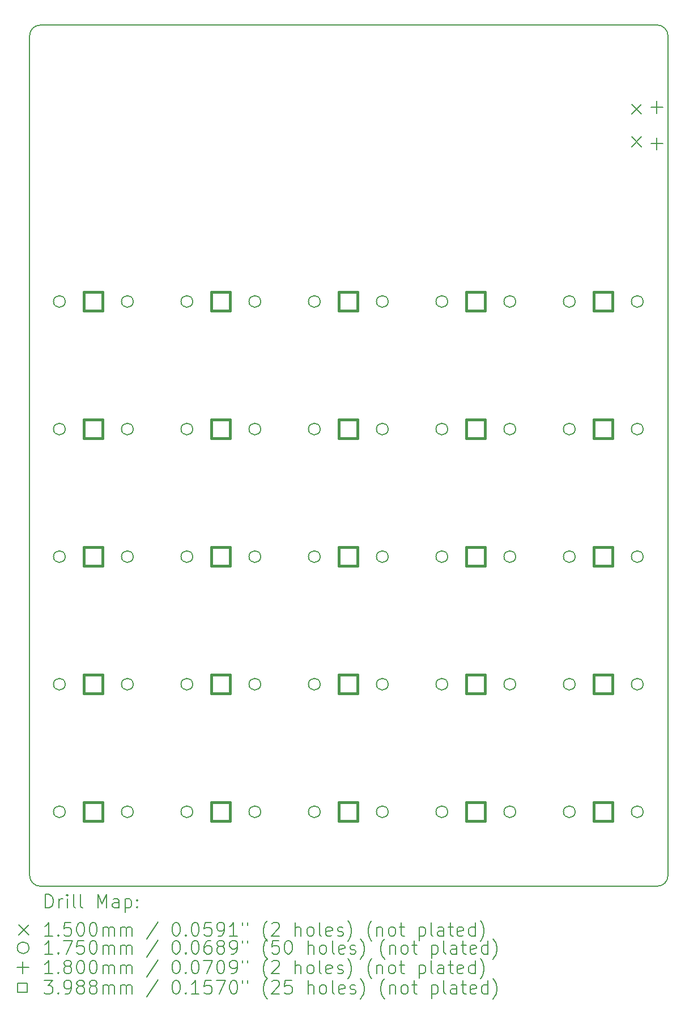
<source format=gbr>
%TF.GenerationSoftware,KiCad,Pcbnew,7.0.1*%
%TF.CreationDate,2023-04-16T00:18:44-05:00*%
%TF.ProjectId,5x5 Macro Pad,35783520-4d61-4637-926f-205061642e6b,rev?*%
%TF.SameCoordinates,Original*%
%TF.FileFunction,Drillmap*%
%TF.FilePolarity,Positive*%
%FSLAX45Y45*%
G04 Gerber Fmt 4.5, Leading zero omitted, Abs format (unit mm)*
G04 Created by KiCad (PCBNEW 7.0.1) date 2023-04-16 00:18:44*
%MOMM*%
%LPD*%
G01*
G04 APERTURE LIST*
%ADD10C,0.200000*%
%ADD11C,0.150000*%
%ADD12C,0.175000*%
%ADD13C,0.180000*%
%ADD14C,0.398780*%
G04 APERTURE END LIST*
D10*
X7302500Y-4445000D02*
G75*
G03*
X7143750Y-4603750I0J-158750D01*
G01*
X16523275Y-4445000D02*
X7302500Y-4445000D01*
X7143750Y-5318125D02*
X7143750Y-4603750D01*
X7143750Y-17145000D02*
X7143750Y-5318125D01*
X16682025Y-4603750D02*
G75*
G03*
X16523275Y-4445000I-158750J0D01*
G01*
X16682025Y-17145000D02*
X16682025Y-4603750D01*
X16523275Y-17303750D02*
G75*
G03*
X16682025Y-17145000I0J158750D01*
G01*
X7302500Y-17303750D02*
X16523275Y-17303750D01*
X7143750Y-17145000D02*
G75*
G03*
X7302500Y-17303750I158750J0D01*
G01*
D11*
X16137450Y-5626100D02*
X16287450Y-5776100D01*
X16287450Y-5626100D02*
X16137450Y-5776100D01*
X16137450Y-6111100D02*
X16287450Y-6261100D01*
X16287450Y-6111100D02*
X16137450Y-6261100D01*
D12*
X7675750Y-8572500D02*
G75*
G03*
X7675750Y-8572500I-87500J0D01*
G01*
X7675750Y-10477500D02*
G75*
G03*
X7675750Y-10477500I-87500J0D01*
G01*
X7675750Y-12382500D02*
G75*
G03*
X7675750Y-12382500I-87500J0D01*
G01*
X7675750Y-14287500D02*
G75*
G03*
X7675750Y-14287500I-87500J0D01*
G01*
X7675750Y-16192500D02*
G75*
G03*
X7675750Y-16192500I-87500J0D01*
G01*
X8691750Y-8572500D02*
G75*
G03*
X8691750Y-8572500I-87500J0D01*
G01*
X8691750Y-10477500D02*
G75*
G03*
X8691750Y-10477500I-87500J0D01*
G01*
X8691750Y-12382500D02*
G75*
G03*
X8691750Y-12382500I-87500J0D01*
G01*
X8691750Y-14287500D02*
G75*
G03*
X8691750Y-14287500I-87500J0D01*
G01*
X8691750Y-16192500D02*
G75*
G03*
X8691750Y-16192500I-87500J0D01*
G01*
X9580750Y-8572500D02*
G75*
G03*
X9580750Y-8572500I-87500J0D01*
G01*
X9580750Y-10477500D02*
G75*
G03*
X9580750Y-10477500I-87500J0D01*
G01*
X9580750Y-12382500D02*
G75*
G03*
X9580750Y-12382500I-87500J0D01*
G01*
X9580750Y-14287500D02*
G75*
G03*
X9580750Y-14287500I-87500J0D01*
G01*
X9580750Y-16192500D02*
G75*
G03*
X9580750Y-16192500I-87500J0D01*
G01*
X10596750Y-8572500D02*
G75*
G03*
X10596750Y-8572500I-87500J0D01*
G01*
X10596750Y-10477500D02*
G75*
G03*
X10596750Y-10477500I-87500J0D01*
G01*
X10596750Y-12382500D02*
G75*
G03*
X10596750Y-12382500I-87500J0D01*
G01*
X10596750Y-14287500D02*
G75*
G03*
X10596750Y-14287500I-87500J0D01*
G01*
X10596750Y-16192500D02*
G75*
G03*
X10596750Y-16192500I-87500J0D01*
G01*
X11485750Y-8572500D02*
G75*
G03*
X11485750Y-8572500I-87500J0D01*
G01*
X11485750Y-10477500D02*
G75*
G03*
X11485750Y-10477500I-87500J0D01*
G01*
X11485750Y-12382500D02*
G75*
G03*
X11485750Y-12382500I-87500J0D01*
G01*
X11485750Y-14287500D02*
G75*
G03*
X11485750Y-14287500I-87500J0D01*
G01*
X11485750Y-16192500D02*
G75*
G03*
X11485750Y-16192500I-87500J0D01*
G01*
X12501750Y-8572500D02*
G75*
G03*
X12501750Y-8572500I-87500J0D01*
G01*
X12501750Y-10477500D02*
G75*
G03*
X12501750Y-10477500I-87500J0D01*
G01*
X12501750Y-12382500D02*
G75*
G03*
X12501750Y-12382500I-87500J0D01*
G01*
X12501750Y-14287500D02*
G75*
G03*
X12501750Y-14287500I-87500J0D01*
G01*
X12501750Y-16192500D02*
G75*
G03*
X12501750Y-16192500I-87500J0D01*
G01*
X13390750Y-8572500D02*
G75*
G03*
X13390750Y-8572500I-87500J0D01*
G01*
X13390750Y-10477500D02*
G75*
G03*
X13390750Y-10477500I-87500J0D01*
G01*
X13390750Y-12382500D02*
G75*
G03*
X13390750Y-12382500I-87500J0D01*
G01*
X13390750Y-14287500D02*
G75*
G03*
X13390750Y-14287500I-87500J0D01*
G01*
X13390750Y-16192500D02*
G75*
G03*
X13390750Y-16192500I-87500J0D01*
G01*
X14406750Y-8572500D02*
G75*
G03*
X14406750Y-8572500I-87500J0D01*
G01*
X14406750Y-10477500D02*
G75*
G03*
X14406750Y-10477500I-87500J0D01*
G01*
X14406750Y-12382500D02*
G75*
G03*
X14406750Y-12382500I-87500J0D01*
G01*
X14406750Y-14287500D02*
G75*
G03*
X14406750Y-14287500I-87500J0D01*
G01*
X14406750Y-16192500D02*
G75*
G03*
X14406750Y-16192500I-87500J0D01*
G01*
X15295750Y-8572500D02*
G75*
G03*
X15295750Y-8572500I-87500J0D01*
G01*
X15295750Y-10477500D02*
G75*
G03*
X15295750Y-10477500I-87500J0D01*
G01*
X15295750Y-12382500D02*
G75*
G03*
X15295750Y-12382500I-87500J0D01*
G01*
X15295750Y-14287500D02*
G75*
G03*
X15295750Y-14287500I-87500J0D01*
G01*
X15295750Y-16192500D02*
G75*
G03*
X15295750Y-16192500I-87500J0D01*
G01*
X16311750Y-8572500D02*
G75*
G03*
X16311750Y-8572500I-87500J0D01*
G01*
X16311750Y-10477500D02*
G75*
G03*
X16311750Y-10477500I-87500J0D01*
G01*
X16311750Y-12382500D02*
G75*
G03*
X16311750Y-12382500I-87500J0D01*
G01*
X16311750Y-14287500D02*
G75*
G03*
X16311750Y-14287500I-87500J0D01*
G01*
X16311750Y-16192500D02*
G75*
G03*
X16311750Y-16192500I-87500J0D01*
G01*
D13*
X16515450Y-5581100D02*
X16515450Y-5761100D01*
X16425450Y-5671100D02*
X16605450Y-5671100D01*
X16515450Y-6126100D02*
X16515450Y-6306100D01*
X16425450Y-6216100D02*
X16605450Y-6216100D01*
D14*
X8237241Y-8713491D02*
X8237241Y-8431509D01*
X7955259Y-8431509D01*
X7955259Y-8713491D01*
X8237241Y-8713491D01*
X8237241Y-10618491D02*
X8237241Y-10336509D01*
X7955259Y-10336509D01*
X7955259Y-10618491D01*
X8237241Y-10618491D01*
X8237241Y-12523491D02*
X8237241Y-12241509D01*
X7955259Y-12241509D01*
X7955259Y-12523491D01*
X8237241Y-12523491D01*
X8237241Y-14428491D02*
X8237241Y-14146509D01*
X7955259Y-14146509D01*
X7955259Y-14428491D01*
X8237241Y-14428491D01*
X8237241Y-16333491D02*
X8237241Y-16051509D01*
X7955259Y-16051509D01*
X7955259Y-16333491D01*
X8237241Y-16333491D01*
X10142241Y-8713491D02*
X10142241Y-8431509D01*
X9860259Y-8431509D01*
X9860259Y-8713491D01*
X10142241Y-8713491D01*
X10142241Y-10618491D02*
X10142241Y-10336509D01*
X9860259Y-10336509D01*
X9860259Y-10618491D01*
X10142241Y-10618491D01*
X10142241Y-12523491D02*
X10142241Y-12241509D01*
X9860259Y-12241509D01*
X9860259Y-12523491D01*
X10142241Y-12523491D01*
X10142241Y-14428491D02*
X10142241Y-14146509D01*
X9860259Y-14146509D01*
X9860259Y-14428491D01*
X10142241Y-14428491D01*
X10142241Y-16333491D02*
X10142241Y-16051509D01*
X9860259Y-16051509D01*
X9860259Y-16333491D01*
X10142241Y-16333491D01*
X12047241Y-8713491D02*
X12047241Y-8431509D01*
X11765259Y-8431509D01*
X11765259Y-8713491D01*
X12047241Y-8713491D01*
X12047241Y-10618491D02*
X12047241Y-10336509D01*
X11765259Y-10336509D01*
X11765259Y-10618491D01*
X12047241Y-10618491D01*
X12047241Y-12523491D02*
X12047241Y-12241509D01*
X11765259Y-12241509D01*
X11765259Y-12523491D01*
X12047241Y-12523491D01*
X12047241Y-14428491D02*
X12047241Y-14146509D01*
X11765259Y-14146509D01*
X11765259Y-14428491D01*
X12047241Y-14428491D01*
X12047241Y-16333491D02*
X12047241Y-16051509D01*
X11765259Y-16051509D01*
X11765259Y-16333491D01*
X12047241Y-16333491D01*
X13952241Y-8713491D02*
X13952241Y-8431509D01*
X13670259Y-8431509D01*
X13670259Y-8713491D01*
X13952241Y-8713491D01*
X13952241Y-10618491D02*
X13952241Y-10336509D01*
X13670259Y-10336509D01*
X13670259Y-10618491D01*
X13952241Y-10618491D01*
X13952241Y-12523491D02*
X13952241Y-12241509D01*
X13670259Y-12241509D01*
X13670259Y-12523491D01*
X13952241Y-12523491D01*
X13952241Y-14428491D02*
X13952241Y-14146509D01*
X13670259Y-14146509D01*
X13670259Y-14428491D01*
X13952241Y-14428491D01*
X13952241Y-16333491D02*
X13952241Y-16051509D01*
X13670259Y-16051509D01*
X13670259Y-16333491D01*
X13952241Y-16333491D01*
X15857241Y-8713491D02*
X15857241Y-8431509D01*
X15575259Y-8431509D01*
X15575259Y-8713491D01*
X15857241Y-8713491D01*
X15857241Y-10618491D02*
X15857241Y-10336509D01*
X15575259Y-10336509D01*
X15575259Y-10618491D01*
X15857241Y-10618491D01*
X15857241Y-12523491D02*
X15857241Y-12241509D01*
X15575259Y-12241509D01*
X15575259Y-12523491D01*
X15857241Y-12523491D01*
X15857241Y-14428491D02*
X15857241Y-14146509D01*
X15575259Y-14146509D01*
X15575259Y-14428491D01*
X15857241Y-14428491D01*
X15857241Y-16333491D02*
X15857241Y-16051509D01*
X15575259Y-16051509D01*
X15575259Y-16333491D01*
X15857241Y-16333491D01*
D10*
X7381369Y-17626274D02*
X7381369Y-17426274D01*
X7381369Y-17426274D02*
X7428988Y-17426274D01*
X7428988Y-17426274D02*
X7457559Y-17435798D01*
X7457559Y-17435798D02*
X7476607Y-17454845D01*
X7476607Y-17454845D02*
X7486131Y-17473893D01*
X7486131Y-17473893D02*
X7495655Y-17511988D01*
X7495655Y-17511988D02*
X7495655Y-17540560D01*
X7495655Y-17540560D02*
X7486131Y-17578655D01*
X7486131Y-17578655D02*
X7476607Y-17597702D01*
X7476607Y-17597702D02*
X7457559Y-17616750D01*
X7457559Y-17616750D02*
X7428988Y-17626274D01*
X7428988Y-17626274D02*
X7381369Y-17626274D01*
X7581369Y-17626274D02*
X7581369Y-17492940D01*
X7581369Y-17531036D02*
X7590893Y-17511988D01*
X7590893Y-17511988D02*
X7600417Y-17502464D01*
X7600417Y-17502464D02*
X7619464Y-17492940D01*
X7619464Y-17492940D02*
X7638512Y-17492940D01*
X7705178Y-17626274D02*
X7705178Y-17492940D01*
X7705178Y-17426274D02*
X7695655Y-17435798D01*
X7695655Y-17435798D02*
X7705178Y-17445321D01*
X7705178Y-17445321D02*
X7714702Y-17435798D01*
X7714702Y-17435798D02*
X7705178Y-17426274D01*
X7705178Y-17426274D02*
X7705178Y-17445321D01*
X7828988Y-17626274D02*
X7809940Y-17616750D01*
X7809940Y-17616750D02*
X7800417Y-17597702D01*
X7800417Y-17597702D02*
X7800417Y-17426274D01*
X7933750Y-17626274D02*
X7914702Y-17616750D01*
X7914702Y-17616750D02*
X7905178Y-17597702D01*
X7905178Y-17597702D02*
X7905178Y-17426274D01*
X8162321Y-17626274D02*
X8162321Y-17426274D01*
X8162321Y-17426274D02*
X8228988Y-17569131D01*
X8228988Y-17569131D02*
X8295655Y-17426274D01*
X8295655Y-17426274D02*
X8295655Y-17626274D01*
X8476607Y-17626274D02*
X8476607Y-17521512D01*
X8476607Y-17521512D02*
X8467083Y-17502464D01*
X8467083Y-17502464D02*
X8448036Y-17492940D01*
X8448036Y-17492940D02*
X8409940Y-17492940D01*
X8409940Y-17492940D02*
X8390893Y-17502464D01*
X8476607Y-17616750D02*
X8457560Y-17626274D01*
X8457560Y-17626274D02*
X8409940Y-17626274D01*
X8409940Y-17626274D02*
X8390893Y-17616750D01*
X8390893Y-17616750D02*
X8381369Y-17597702D01*
X8381369Y-17597702D02*
X8381369Y-17578655D01*
X8381369Y-17578655D02*
X8390893Y-17559607D01*
X8390893Y-17559607D02*
X8409940Y-17550083D01*
X8409940Y-17550083D02*
X8457560Y-17550083D01*
X8457560Y-17550083D02*
X8476607Y-17540560D01*
X8571845Y-17492940D02*
X8571845Y-17692940D01*
X8571845Y-17502464D02*
X8590893Y-17492940D01*
X8590893Y-17492940D02*
X8628988Y-17492940D01*
X8628988Y-17492940D02*
X8648036Y-17502464D01*
X8648036Y-17502464D02*
X8657560Y-17511988D01*
X8657560Y-17511988D02*
X8667083Y-17531036D01*
X8667083Y-17531036D02*
X8667083Y-17588179D01*
X8667083Y-17588179D02*
X8657560Y-17607226D01*
X8657560Y-17607226D02*
X8648036Y-17616750D01*
X8648036Y-17616750D02*
X8628988Y-17626274D01*
X8628988Y-17626274D02*
X8590893Y-17626274D01*
X8590893Y-17626274D02*
X8571845Y-17616750D01*
X8752798Y-17607226D02*
X8762321Y-17616750D01*
X8762321Y-17616750D02*
X8752798Y-17626274D01*
X8752798Y-17626274D02*
X8743274Y-17616750D01*
X8743274Y-17616750D02*
X8752798Y-17607226D01*
X8752798Y-17607226D02*
X8752798Y-17626274D01*
X8752798Y-17502464D02*
X8762321Y-17511988D01*
X8762321Y-17511988D02*
X8752798Y-17521512D01*
X8752798Y-17521512D02*
X8743274Y-17511988D01*
X8743274Y-17511988D02*
X8752798Y-17502464D01*
X8752798Y-17502464D02*
X8752798Y-17521512D01*
D11*
X6983750Y-17878750D02*
X7133750Y-18028750D01*
X7133750Y-17878750D02*
X6983750Y-18028750D01*
D10*
X7486131Y-18046274D02*
X7371845Y-18046274D01*
X7428988Y-18046274D02*
X7428988Y-17846274D01*
X7428988Y-17846274D02*
X7409940Y-17874845D01*
X7409940Y-17874845D02*
X7390893Y-17893893D01*
X7390893Y-17893893D02*
X7371845Y-17903417D01*
X7571845Y-18027226D02*
X7581369Y-18036750D01*
X7581369Y-18036750D02*
X7571845Y-18046274D01*
X7571845Y-18046274D02*
X7562321Y-18036750D01*
X7562321Y-18036750D02*
X7571845Y-18027226D01*
X7571845Y-18027226D02*
X7571845Y-18046274D01*
X7762321Y-17846274D02*
X7667083Y-17846274D01*
X7667083Y-17846274D02*
X7657559Y-17941512D01*
X7657559Y-17941512D02*
X7667083Y-17931988D01*
X7667083Y-17931988D02*
X7686131Y-17922464D01*
X7686131Y-17922464D02*
X7733750Y-17922464D01*
X7733750Y-17922464D02*
X7752798Y-17931988D01*
X7752798Y-17931988D02*
X7762321Y-17941512D01*
X7762321Y-17941512D02*
X7771845Y-17960560D01*
X7771845Y-17960560D02*
X7771845Y-18008179D01*
X7771845Y-18008179D02*
X7762321Y-18027226D01*
X7762321Y-18027226D02*
X7752798Y-18036750D01*
X7752798Y-18036750D02*
X7733750Y-18046274D01*
X7733750Y-18046274D02*
X7686131Y-18046274D01*
X7686131Y-18046274D02*
X7667083Y-18036750D01*
X7667083Y-18036750D02*
X7657559Y-18027226D01*
X7895655Y-17846274D02*
X7914702Y-17846274D01*
X7914702Y-17846274D02*
X7933750Y-17855798D01*
X7933750Y-17855798D02*
X7943274Y-17865321D01*
X7943274Y-17865321D02*
X7952798Y-17884369D01*
X7952798Y-17884369D02*
X7962321Y-17922464D01*
X7962321Y-17922464D02*
X7962321Y-17970083D01*
X7962321Y-17970083D02*
X7952798Y-18008179D01*
X7952798Y-18008179D02*
X7943274Y-18027226D01*
X7943274Y-18027226D02*
X7933750Y-18036750D01*
X7933750Y-18036750D02*
X7914702Y-18046274D01*
X7914702Y-18046274D02*
X7895655Y-18046274D01*
X7895655Y-18046274D02*
X7876607Y-18036750D01*
X7876607Y-18036750D02*
X7867083Y-18027226D01*
X7867083Y-18027226D02*
X7857559Y-18008179D01*
X7857559Y-18008179D02*
X7848036Y-17970083D01*
X7848036Y-17970083D02*
X7848036Y-17922464D01*
X7848036Y-17922464D02*
X7857559Y-17884369D01*
X7857559Y-17884369D02*
X7867083Y-17865321D01*
X7867083Y-17865321D02*
X7876607Y-17855798D01*
X7876607Y-17855798D02*
X7895655Y-17846274D01*
X8086131Y-17846274D02*
X8105179Y-17846274D01*
X8105179Y-17846274D02*
X8124226Y-17855798D01*
X8124226Y-17855798D02*
X8133750Y-17865321D01*
X8133750Y-17865321D02*
X8143274Y-17884369D01*
X8143274Y-17884369D02*
X8152798Y-17922464D01*
X8152798Y-17922464D02*
X8152798Y-17970083D01*
X8152798Y-17970083D02*
X8143274Y-18008179D01*
X8143274Y-18008179D02*
X8133750Y-18027226D01*
X8133750Y-18027226D02*
X8124226Y-18036750D01*
X8124226Y-18036750D02*
X8105179Y-18046274D01*
X8105179Y-18046274D02*
X8086131Y-18046274D01*
X8086131Y-18046274D02*
X8067083Y-18036750D01*
X8067083Y-18036750D02*
X8057559Y-18027226D01*
X8057559Y-18027226D02*
X8048036Y-18008179D01*
X8048036Y-18008179D02*
X8038512Y-17970083D01*
X8038512Y-17970083D02*
X8038512Y-17922464D01*
X8038512Y-17922464D02*
X8048036Y-17884369D01*
X8048036Y-17884369D02*
X8057559Y-17865321D01*
X8057559Y-17865321D02*
X8067083Y-17855798D01*
X8067083Y-17855798D02*
X8086131Y-17846274D01*
X8238512Y-18046274D02*
X8238512Y-17912940D01*
X8238512Y-17931988D02*
X8248036Y-17922464D01*
X8248036Y-17922464D02*
X8267083Y-17912940D01*
X8267083Y-17912940D02*
X8295655Y-17912940D01*
X8295655Y-17912940D02*
X8314702Y-17922464D01*
X8314702Y-17922464D02*
X8324226Y-17941512D01*
X8324226Y-17941512D02*
X8324226Y-18046274D01*
X8324226Y-17941512D02*
X8333750Y-17922464D01*
X8333750Y-17922464D02*
X8352798Y-17912940D01*
X8352798Y-17912940D02*
X8381369Y-17912940D01*
X8381369Y-17912940D02*
X8400417Y-17922464D01*
X8400417Y-17922464D02*
X8409941Y-17941512D01*
X8409941Y-17941512D02*
X8409941Y-18046274D01*
X8505179Y-18046274D02*
X8505179Y-17912940D01*
X8505179Y-17931988D02*
X8514702Y-17922464D01*
X8514702Y-17922464D02*
X8533750Y-17912940D01*
X8533750Y-17912940D02*
X8562322Y-17912940D01*
X8562322Y-17912940D02*
X8581369Y-17922464D01*
X8581369Y-17922464D02*
X8590893Y-17941512D01*
X8590893Y-17941512D02*
X8590893Y-18046274D01*
X8590893Y-17941512D02*
X8600417Y-17922464D01*
X8600417Y-17922464D02*
X8619464Y-17912940D01*
X8619464Y-17912940D02*
X8648036Y-17912940D01*
X8648036Y-17912940D02*
X8667083Y-17922464D01*
X8667083Y-17922464D02*
X8676607Y-17941512D01*
X8676607Y-17941512D02*
X8676607Y-18046274D01*
X9067083Y-17836750D02*
X8895655Y-18093893D01*
X9324226Y-17846274D02*
X9343274Y-17846274D01*
X9343274Y-17846274D02*
X9362322Y-17855798D01*
X9362322Y-17855798D02*
X9371845Y-17865321D01*
X9371845Y-17865321D02*
X9381369Y-17884369D01*
X9381369Y-17884369D02*
X9390893Y-17922464D01*
X9390893Y-17922464D02*
X9390893Y-17970083D01*
X9390893Y-17970083D02*
X9381369Y-18008179D01*
X9381369Y-18008179D02*
X9371845Y-18027226D01*
X9371845Y-18027226D02*
X9362322Y-18036750D01*
X9362322Y-18036750D02*
X9343274Y-18046274D01*
X9343274Y-18046274D02*
X9324226Y-18046274D01*
X9324226Y-18046274D02*
X9305179Y-18036750D01*
X9305179Y-18036750D02*
X9295655Y-18027226D01*
X9295655Y-18027226D02*
X9286131Y-18008179D01*
X9286131Y-18008179D02*
X9276607Y-17970083D01*
X9276607Y-17970083D02*
X9276607Y-17922464D01*
X9276607Y-17922464D02*
X9286131Y-17884369D01*
X9286131Y-17884369D02*
X9295655Y-17865321D01*
X9295655Y-17865321D02*
X9305179Y-17855798D01*
X9305179Y-17855798D02*
X9324226Y-17846274D01*
X9476607Y-18027226D02*
X9486131Y-18036750D01*
X9486131Y-18036750D02*
X9476607Y-18046274D01*
X9476607Y-18046274D02*
X9467084Y-18036750D01*
X9467084Y-18036750D02*
X9476607Y-18027226D01*
X9476607Y-18027226D02*
X9476607Y-18046274D01*
X9609941Y-17846274D02*
X9628988Y-17846274D01*
X9628988Y-17846274D02*
X9648036Y-17855798D01*
X9648036Y-17855798D02*
X9657560Y-17865321D01*
X9657560Y-17865321D02*
X9667084Y-17884369D01*
X9667084Y-17884369D02*
X9676607Y-17922464D01*
X9676607Y-17922464D02*
X9676607Y-17970083D01*
X9676607Y-17970083D02*
X9667084Y-18008179D01*
X9667084Y-18008179D02*
X9657560Y-18027226D01*
X9657560Y-18027226D02*
X9648036Y-18036750D01*
X9648036Y-18036750D02*
X9628988Y-18046274D01*
X9628988Y-18046274D02*
X9609941Y-18046274D01*
X9609941Y-18046274D02*
X9590893Y-18036750D01*
X9590893Y-18036750D02*
X9581369Y-18027226D01*
X9581369Y-18027226D02*
X9571845Y-18008179D01*
X9571845Y-18008179D02*
X9562322Y-17970083D01*
X9562322Y-17970083D02*
X9562322Y-17922464D01*
X9562322Y-17922464D02*
X9571845Y-17884369D01*
X9571845Y-17884369D02*
X9581369Y-17865321D01*
X9581369Y-17865321D02*
X9590893Y-17855798D01*
X9590893Y-17855798D02*
X9609941Y-17846274D01*
X9857560Y-17846274D02*
X9762322Y-17846274D01*
X9762322Y-17846274D02*
X9752798Y-17941512D01*
X9752798Y-17941512D02*
X9762322Y-17931988D01*
X9762322Y-17931988D02*
X9781369Y-17922464D01*
X9781369Y-17922464D02*
X9828988Y-17922464D01*
X9828988Y-17922464D02*
X9848036Y-17931988D01*
X9848036Y-17931988D02*
X9857560Y-17941512D01*
X9857560Y-17941512D02*
X9867084Y-17960560D01*
X9867084Y-17960560D02*
X9867084Y-18008179D01*
X9867084Y-18008179D02*
X9857560Y-18027226D01*
X9857560Y-18027226D02*
X9848036Y-18036750D01*
X9848036Y-18036750D02*
X9828988Y-18046274D01*
X9828988Y-18046274D02*
X9781369Y-18046274D01*
X9781369Y-18046274D02*
X9762322Y-18036750D01*
X9762322Y-18036750D02*
X9752798Y-18027226D01*
X9962322Y-18046274D02*
X10000417Y-18046274D01*
X10000417Y-18046274D02*
X10019465Y-18036750D01*
X10019465Y-18036750D02*
X10028988Y-18027226D01*
X10028988Y-18027226D02*
X10048036Y-17998655D01*
X10048036Y-17998655D02*
X10057560Y-17960560D01*
X10057560Y-17960560D02*
X10057560Y-17884369D01*
X10057560Y-17884369D02*
X10048036Y-17865321D01*
X10048036Y-17865321D02*
X10038512Y-17855798D01*
X10038512Y-17855798D02*
X10019465Y-17846274D01*
X10019465Y-17846274D02*
X9981369Y-17846274D01*
X9981369Y-17846274D02*
X9962322Y-17855798D01*
X9962322Y-17855798D02*
X9952798Y-17865321D01*
X9952798Y-17865321D02*
X9943274Y-17884369D01*
X9943274Y-17884369D02*
X9943274Y-17931988D01*
X9943274Y-17931988D02*
X9952798Y-17951036D01*
X9952798Y-17951036D02*
X9962322Y-17960560D01*
X9962322Y-17960560D02*
X9981369Y-17970083D01*
X9981369Y-17970083D02*
X10019465Y-17970083D01*
X10019465Y-17970083D02*
X10038512Y-17960560D01*
X10038512Y-17960560D02*
X10048036Y-17951036D01*
X10048036Y-17951036D02*
X10057560Y-17931988D01*
X10248036Y-18046274D02*
X10133750Y-18046274D01*
X10190893Y-18046274D02*
X10190893Y-17846274D01*
X10190893Y-17846274D02*
X10171845Y-17874845D01*
X10171845Y-17874845D02*
X10152798Y-17893893D01*
X10152798Y-17893893D02*
X10133750Y-17903417D01*
X10324226Y-17846274D02*
X10324226Y-17884369D01*
X10400417Y-17846274D02*
X10400417Y-17884369D01*
X10695655Y-18122464D02*
X10686131Y-18112940D01*
X10686131Y-18112940D02*
X10667084Y-18084369D01*
X10667084Y-18084369D02*
X10657560Y-18065321D01*
X10657560Y-18065321D02*
X10648036Y-18036750D01*
X10648036Y-18036750D02*
X10638512Y-17989131D01*
X10638512Y-17989131D02*
X10638512Y-17951036D01*
X10638512Y-17951036D02*
X10648036Y-17903417D01*
X10648036Y-17903417D02*
X10657560Y-17874845D01*
X10657560Y-17874845D02*
X10667084Y-17855798D01*
X10667084Y-17855798D02*
X10686131Y-17827226D01*
X10686131Y-17827226D02*
X10695655Y-17817702D01*
X10762322Y-17865321D02*
X10771846Y-17855798D01*
X10771846Y-17855798D02*
X10790893Y-17846274D01*
X10790893Y-17846274D02*
X10838512Y-17846274D01*
X10838512Y-17846274D02*
X10857560Y-17855798D01*
X10857560Y-17855798D02*
X10867084Y-17865321D01*
X10867084Y-17865321D02*
X10876607Y-17884369D01*
X10876607Y-17884369D02*
X10876607Y-17903417D01*
X10876607Y-17903417D02*
X10867084Y-17931988D01*
X10867084Y-17931988D02*
X10752798Y-18046274D01*
X10752798Y-18046274D02*
X10876607Y-18046274D01*
X11114703Y-18046274D02*
X11114703Y-17846274D01*
X11200417Y-18046274D02*
X11200417Y-17941512D01*
X11200417Y-17941512D02*
X11190893Y-17922464D01*
X11190893Y-17922464D02*
X11171846Y-17912940D01*
X11171846Y-17912940D02*
X11143274Y-17912940D01*
X11143274Y-17912940D02*
X11124227Y-17922464D01*
X11124227Y-17922464D02*
X11114703Y-17931988D01*
X11324226Y-18046274D02*
X11305179Y-18036750D01*
X11305179Y-18036750D02*
X11295655Y-18027226D01*
X11295655Y-18027226D02*
X11286131Y-18008179D01*
X11286131Y-18008179D02*
X11286131Y-17951036D01*
X11286131Y-17951036D02*
X11295655Y-17931988D01*
X11295655Y-17931988D02*
X11305179Y-17922464D01*
X11305179Y-17922464D02*
X11324226Y-17912940D01*
X11324226Y-17912940D02*
X11352798Y-17912940D01*
X11352798Y-17912940D02*
X11371846Y-17922464D01*
X11371846Y-17922464D02*
X11381369Y-17931988D01*
X11381369Y-17931988D02*
X11390893Y-17951036D01*
X11390893Y-17951036D02*
X11390893Y-18008179D01*
X11390893Y-18008179D02*
X11381369Y-18027226D01*
X11381369Y-18027226D02*
X11371846Y-18036750D01*
X11371846Y-18036750D02*
X11352798Y-18046274D01*
X11352798Y-18046274D02*
X11324226Y-18046274D01*
X11505179Y-18046274D02*
X11486131Y-18036750D01*
X11486131Y-18036750D02*
X11476607Y-18017702D01*
X11476607Y-18017702D02*
X11476607Y-17846274D01*
X11657560Y-18036750D02*
X11638512Y-18046274D01*
X11638512Y-18046274D02*
X11600417Y-18046274D01*
X11600417Y-18046274D02*
X11581369Y-18036750D01*
X11581369Y-18036750D02*
X11571846Y-18017702D01*
X11571846Y-18017702D02*
X11571846Y-17941512D01*
X11571846Y-17941512D02*
X11581369Y-17922464D01*
X11581369Y-17922464D02*
X11600417Y-17912940D01*
X11600417Y-17912940D02*
X11638512Y-17912940D01*
X11638512Y-17912940D02*
X11657560Y-17922464D01*
X11657560Y-17922464D02*
X11667084Y-17941512D01*
X11667084Y-17941512D02*
X11667084Y-17960560D01*
X11667084Y-17960560D02*
X11571846Y-17979607D01*
X11743274Y-18036750D02*
X11762322Y-18046274D01*
X11762322Y-18046274D02*
X11800417Y-18046274D01*
X11800417Y-18046274D02*
X11819465Y-18036750D01*
X11819465Y-18036750D02*
X11828988Y-18017702D01*
X11828988Y-18017702D02*
X11828988Y-18008179D01*
X11828988Y-18008179D02*
X11819465Y-17989131D01*
X11819465Y-17989131D02*
X11800417Y-17979607D01*
X11800417Y-17979607D02*
X11771846Y-17979607D01*
X11771846Y-17979607D02*
X11752798Y-17970083D01*
X11752798Y-17970083D02*
X11743274Y-17951036D01*
X11743274Y-17951036D02*
X11743274Y-17941512D01*
X11743274Y-17941512D02*
X11752798Y-17922464D01*
X11752798Y-17922464D02*
X11771846Y-17912940D01*
X11771846Y-17912940D02*
X11800417Y-17912940D01*
X11800417Y-17912940D02*
X11819465Y-17922464D01*
X11895655Y-18122464D02*
X11905179Y-18112940D01*
X11905179Y-18112940D02*
X11924227Y-18084369D01*
X11924227Y-18084369D02*
X11933750Y-18065321D01*
X11933750Y-18065321D02*
X11943274Y-18036750D01*
X11943274Y-18036750D02*
X11952798Y-17989131D01*
X11952798Y-17989131D02*
X11952798Y-17951036D01*
X11952798Y-17951036D02*
X11943274Y-17903417D01*
X11943274Y-17903417D02*
X11933750Y-17874845D01*
X11933750Y-17874845D02*
X11924227Y-17855798D01*
X11924227Y-17855798D02*
X11905179Y-17827226D01*
X11905179Y-17827226D02*
X11895655Y-17817702D01*
X12257560Y-18122464D02*
X12248036Y-18112940D01*
X12248036Y-18112940D02*
X12228988Y-18084369D01*
X12228988Y-18084369D02*
X12219465Y-18065321D01*
X12219465Y-18065321D02*
X12209941Y-18036750D01*
X12209941Y-18036750D02*
X12200417Y-17989131D01*
X12200417Y-17989131D02*
X12200417Y-17951036D01*
X12200417Y-17951036D02*
X12209941Y-17903417D01*
X12209941Y-17903417D02*
X12219465Y-17874845D01*
X12219465Y-17874845D02*
X12228988Y-17855798D01*
X12228988Y-17855798D02*
X12248036Y-17827226D01*
X12248036Y-17827226D02*
X12257560Y-17817702D01*
X12333750Y-17912940D02*
X12333750Y-18046274D01*
X12333750Y-17931988D02*
X12343274Y-17922464D01*
X12343274Y-17922464D02*
X12362322Y-17912940D01*
X12362322Y-17912940D02*
X12390893Y-17912940D01*
X12390893Y-17912940D02*
X12409941Y-17922464D01*
X12409941Y-17922464D02*
X12419465Y-17941512D01*
X12419465Y-17941512D02*
X12419465Y-18046274D01*
X12543274Y-18046274D02*
X12524227Y-18036750D01*
X12524227Y-18036750D02*
X12514703Y-18027226D01*
X12514703Y-18027226D02*
X12505179Y-18008179D01*
X12505179Y-18008179D02*
X12505179Y-17951036D01*
X12505179Y-17951036D02*
X12514703Y-17931988D01*
X12514703Y-17931988D02*
X12524227Y-17922464D01*
X12524227Y-17922464D02*
X12543274Y-17912940D01*
X12543274Y-17912940D02*
X12571846Y-17912940D01*
X12571846Y-17912940D02*
X12590893Y-17922464D01*
X12590893Y-17922464D02*
X12600417Y-17931988D01*
X12600417Y-17931988D02*
X12609941Y-17951036D01*
X12609941Y-17951036D02*
X12609941Y-18008179D01*
X12609941Y-18008179D02*
X12600417Y-18027226D01*
X12600417Y-18027226D02*
X12590893Y-18036750D01*
X12590893Y-18036750D02*
X12571846Y-18046274D01*
X12571846Y-18046274D02*
X12543274Y-18046274D01*
X12667084Y-17912940D02*
X12743274Y-17912940D01*
X12695655Y-17846274D02*
X12695655Y-18017702D01*
X12695655Y-18017702D02*
X12705179Y-18036750D01*
X12705179Y-18036750D02*
X12724227Y-18046274D01*
X12724227Y-18046274D02*
X12743274Y-18046274D01*
X12962322Y-17912940D02*
X12962322Y-18112940D01*
X12962322Y-17922464D02*
X12981369Y-17912940D01*
X12981369Y-17912940D02*
X13019465Y-17912940D01*
X13019465Y-17912940D02*
X13038512Y-17922464D01*
X13038512Y-17922464D02*
X13048036Y-17931988D01*
X13048036Y-17931988D02*
X13057560Y-17951036D01*
X13057560Y-17951036D02*
X13057560Y-18008179D01*
X13057560Y-18008179D02*
X13048036Y-18027226D01*
X13048036Y-18027226D02*
X13038512Y-18036750D01*
X13038512Y-18036750D02*
X13019465Y-18046274D01*
X13019465Y-18046274D02*
X12981369Y-18046274D01*
X12981369Y-18046274D02*
X12962322Y-18036750D01*
X13171846Y-18046274D02*
X13152798Y-18036750D01*
X13152798Y-18036750D02*
X13143274Y-18017702D01*
X13143274Y-18017702D02*
X13143274Y-17846274D01*
X13333750Y-18046274D02*
X13333750Y-17941512D01*
X13333750Y-17941512D02*
X13324227Y-17922464D01*
X13324227Y-17922464D02*
X13305179Y-17912940D01*
X13305179Y-17912940D02*
X13267084Y-17912940D01*
X13267084Y-17912940D02*
X13248036Y-17922464D01*
X13333750Y-18036750D02*
X13314703Y-18046274D01*
X13314703Y-18046274D02*
X13267084Y-18046274D01*
X13267084Y-18046274D02*
X13248036Y-18036750D01*
X13248036Y-18036750D02*
X13238512Y-18017702D01*
X13238512Y-18017702D02*
X13238512Y-17998655D01*
X13238512Y-17998655D02*
X13248036Y-17979607D01*
X13248036Y-17979607D02*
X13267084Y-17970083D01*
X13267084Y-17970083D02*
X13314703Y-17970083D01*
X13314703Y-17970083D02*
X13333750Y-17960560D01*
X13400417Y-17912940D02*
X13476608Y-17912940D01*
X13428989Y-17846274D02*
X13428989Y-18017702D01*
X13428989Y-18017702D02*
X13438512Y-18036750D01*
X13438512Y-18036750D02*
X13457560Y-18046274D01*
X13457560Y-18046274D02*
X13476608Y-18046274D01*
X13619465Y-18036750D02*
X13600417Y-18046274D01*
X13600417Y-18046274D02*
X13562322Y-18046274D01*
X13562322Y-18046274D02*
X13543274Y-18036750D01*
X13543274Y-18036750D02*
X13533750Y-18017702D01*
X13533750Y-18017702D02*
X13533750Y-17941512D01*
X13533750Y-17941512D02*
X13543274Y-17922464D01*
X13543274Y-17922464D02*
X13562322Y-17912940D01*
X13562322Y-17912940D02*
X13600417Y-17912940D01*
X13600417Y-17912940D02*
X13619465Y-17922464D01*
X13619465Y-17922464D02*
X13628989Y-17941512D01*
X13628989Y-17941512D02*
X13628989Y-17960560D01*
X13628989Y-17960560D02*
X13533750Y-17979607D01*
X13800417Y-18046274D02*
X13800417Y-17846274D01*
X13800417Y-18036750D02*
X13781370Y-18046274D01*
X13781370Y-18046274D02*
X13743274Y-18046274D01*
X13743274Y-18046274D02*
X13724227Y-18036750D01*
X13724227Y-18036750D02*
X13714703Y-18027226D01*
X13714703Y-18027226D02*
X13705179Y-18008179D01*
X13705179Y-18008179D02*
X13705179Y-17951036D01*
X13705179Y-17951036D02*
X13714703Y-17931988D01*
X13714703Y-17931988D02*
X13724227Y-17922464D01*
X13724227Y-17922464D02*
X13743274Y-17912940D01*
X13743274Y-17912940D02*
X13781370Y-17912940D01*
X13781370Y-17912940D02*
X13800417Y-17922464D01*
X13876608Y-18122464D02*
X13886131Y-18112940D01*
X13886131Y-18112940D02*
X13905179Y-18084369D01*
X13905179Y-18084369D02*
X13914703Y-18065321D01*
X13914703Y-18065321D02*
X13924227Y-18036750D01*
X13924227Y-18036750D02*
X13933750Y-17989131D01*
X13933750Y-17989131D02*
X13933750Y-17951036D01*
X13933750Y-17951036D02*
X13924227Y-17903417D01*
X13924227Y-17903417D02*
X13914703Y-17874845D01*
X13914703Y-17874845D02*
X13905179Y-17855798D01*
X13905179Y-17855798D02*
X13886131Y-17827226D01*
X13886131Y-17827226D02*
X13876608Y-17817702D01*
D12*
X7133750Y-18223750D02*
G75*
G03*
X7133750Y-18223750I-87500J0D01*
G01*
D10*
X7486131Y-18316274D02*
X7371845Y-18316274D01*
X7428988Y-18316274D02*
X7428988Y-18116274D01*
X7428988Y-18116274D02*
X7409940Y-18144845D01*
X7409940Y-18144845D02*
X7390893Y-18163893D01*
X7390893Y-18163893D02*
X7371845Y-18173417D01*
X7571845Y-18297226D02*
X7581369Y-18306750D01*
X7581369Y-18306750D02*
X7571845Y-18316274D01*
X7571845Y-18316274D02*
X7562321Y-18306750D01*
X7562321Y-18306750D02*
X7571845Y-18297226D01*
X7571845Y-18297226D02*
X7571845Y-18316274D01*
X7648036Y-18116274D02*
X7781369Y-18116274D01*
X7781369Y-18116274D02*
X7695655Y-18316274D01*
X7952798Y-18116274D02*
X7857559Y-18116274D01*
X7857559Y-18116274D02*
X7848036Y-18211512D01*
X7848036Y-18211512D02*
X7857559Y-18201988D01*
X7857559Y-18201988D02*
X7876607Y-18192464D01*
X7876607Y-18192464D02*
X7924226Y-18192464D01*
X7924226Y-18192464D02*
X7943274Y-18201988D01*
X7943274Y-18201988D02*
X7952798Y-18211512D01*
X7952798Y-18211512D02*
X7962321Y-18230560D01*
X7962321Y-18230560D02*
X7962321Y-18278179D01*
X7962321Y-18278179D02*
X7952798Y-18297226D01*
X7952798Y-18297226D02*
X7943274Y-18306750D01*
X7943274Y-18306750D02*
X7924226Y-18316274D01*
X7924226Y-18316274D02*
X7876607Y-18316274D01*
X7876607Y-18316274D02*
X7857559Y-18306750D01*
X7857559Y-18306750D02*
X7848036Y-18297226D01*
X8086131Y-18116274D02*
X8105179Y-18116274D01*
X8105179Y-18116274D02*
X8124226Y-18125798D01*
X8124226Y-18125798D02*
X8133750Y-18135321D01*
X8133750Y-18135321D02*
X8143274Y-18154369D01*
X8143274Y-18154369D02*
X8152798Y-18192464D01*
X8152798Y-18192464D02*
X8152798Y-18240083D01*
X8152798Y-18240083D02*
X8143274Y-18278179D01*
X8143274Y-18278179D02*
X8133750Y-18297226D01*
X8133750Y-18297226D02*
X8124226Y-18306750D01*
X8124226Y-18306750D02*
X8105179Y-18316274D01*
X8105179Y-18316274D02*
X8086131Y-18316274D01*
X8086131Y-18316274D02*
X8067083Y-18306750D01*
X8067083Y-18306750D02*
X8057559Y-18297226D01*
X8057559Y-18297226D02*
X8048036Y-18278179D01*
X8048036Y-18278179D02*
X8038512Y-18240083D01*
X8038512Y-18240083D02*
X8038512Y-18192464D01*
X8038512Y-18192464D02*
X8048036Y-18154369D01*
X8048036Y-18154369D02*
X8057559Y-18135321D01*
X8057559Y-18135321D02*
X8067083Y-18125798D01*
X8067083Y-18125798D02*
X8086131Y-18116274D01*
X8238512Y-18316274D02*
X8238512Y-18182940D01*
X8238512Y-18201988D02*
X8248036Y-18192464D01*
X8248036Y-18192464D02*
X8267083Y-18182940D01*
X8267083Y-18182940D02*
X8295655Y-18182940D01*
X8295655Y-18182940D02*
X8314702Y-18192464D01*
X8314702Y-18192464D02*
X8324226Y-18211512D01*
X8324226Y-18211512D02*
X8324226Y-18316274D01*
X8324226Y-18211512D02*
X8333750Y-18192464D01*
X8333750Y-18192464D02*
X8352798Y-18182940D01*
X8352798Y-18182940D02*
X8381369Y-18182940D01*
X8381369Y-18182940D02*
X8400417Y-18192464D01*
X8400417Y-18192464D02*
X8409941Y-18211512D01*
X8409941Y-18211512D02*
X8409941Y-18316274D01*
X8505179Y-18316274D02*
X8505179Y-18182940D01*
X8505179Y-18201988D02*
X8514702Y-18192464D01*
X8514702Y-18192464D02*
X8533750Y-18182940D01*
X8533750Y-18182940D02*
X8562322Y-18182940D01*
X8562322Y-18182940D02*
X8581369Y-18192464D01*
X8581369Y-18192464D02*
X8590893Y-18211512D01*
X8590893Y-18211512D02*
X8590893Y-18316274D01*
X8590893Y-18211512D02*
X8600417Y-18192464D01*
X8600417Y-18192464D02*
X8619464Y-18182940D01*
X8619464Y-18182940D02*
X8648036Y-18182940D01*
X8648036Y-18182940D02*
X8667083Y-18192464D01*
X8667083Y-18192464D02*
X8676607Y-18211512D01*
X8676607Y-18211512D02*
X8676607Y-18316274D01*
X9067083Y-18106750D02*
X8895655Y-18363893D01*
X9324226Y-18116274D02*
X9343274Y-18116274D01*
X9343274Y-18116274D02*
X9362322Y-18125798D01*
X9362322Y-18125798D02*
X9371845Y-18135321D01*
X9371845Y-18135321D02*
X9381369Y-18154369D01*
X9381369Y-18154369D02*
X9390893Y-18192464D01*
X9390893Y-18192464D02*
X9390893Y-18240083D01*
X9390893Y-18240083D02*
X9381369Y-18278179D01*
X9381369Y-18278179D02*
X9371845Y-18297226D01*
X9371845Y-18297226D02*
X9362322Y-18306750D01*
X9362322Y-18306750D02*
X9343274Y-18316274D01*
X9343274Y-18316274D02*
X9324226Y-18316274D01*
X9324226Y-18316274D02*
X9305179Y-18306750D01*
X9305179Y-18306750D02*
X9295655Y-18297226D01*
X9295655Y-18297226D02*
X9286131Y-18278179D01*
X9286131Y-18278179D02*
X9276607Y-18240083D01*
X9276607Y-18240083D02*
X9276607Y-18192464D01*
X9276607Y-18192464D02*
X9286131Y-18154369D01*
X9286131Y-18154369D02*
X9295655Y-18135321D01*
X9295655Y-18135321D02*
X9305179Y-18125798D01*
X9305179Y-18125798D02*
X9324226Y-18116274D01*
X9476607Y-18297226D02*
X9486131Y-18306750D01*
X9486131Y-18306750D02*
X9476607Y-18316274D01*
X9476607Y-18316274D02*
X9467084Y-18306750D01*
X9467084Y-18306750D02*
X9476607Y-18297226D01*
X9476607Y-18297226D02*
X9476607Y-18316274D01*
X9609941Y-18116274D02*
X9628988Y-18116274D01*
X9628988Y-18116274D02*
X9648036Y-18125798D01*
X9648036Y-18125798D02*
X9657560Y-18135321D01*
X9657560Y-18135321D02*
X9667084Y-18154369D01*
X9667084Y-18154369D02*
X9676607Y-18192464D01*
X9676607Y-18192464D02*
X9676607Y-18240083D01*
X9676607Y-18240083D02*
X9667084Y-18278179D01*
X9667084Y-18278179D02*
X9657560Y-18297226D01*
X9657560Y-18297226D02*
X9648036Y-18306750D01*
X9648036Y-18306750D02*
X9628988Y-18316274D01*
X9628988Y-18316274D02*
X9609941Y-18316274D01*
X9609941Y-18316274D02*
X9590893Y-18306750D01*
X9590893Y-18306750D02*
X9581369Y-18297226D01*
X9581369Y-18297226D02*
X9571845Y-18278179D01*
X9571845Y-18278179D02*
X9562322Y-18240083D01*
X9562322Y-18240083D02*
X9562322Y-18192464D01*
X9562322Y-18192464D02*
X9571845Y-18154369D01*
X9571845Y-18154369D02*
X9581369Y-18135321D01*
X9581369Y-18135321D02*
X9590893Y-18125798D01*
X9590893Y-18125798D02*
X9609941Y-18116274D01*
X9848036Y-18116274D02*
X9809941Y-18116274D01*
X9809941Y-18116274D02*
X9790893Y-18125798D01*
X9790893Y-18125798D02*
X9781369Y-18135321D01*
X9781369Y-18135321D02*
X9762322Y-18163893D01*
X9762322Y-18163893D02*
X9752798Y-18201988D01*
X9752798Y-18201988D02*
X9752798Y-18278179D01*
X9752798Y-18278179D02*
X9762322Y-18297226D01*
X9762322Y-18297226D02*
X9771845Y-18306750D01*
X9771845Y-18306750D02*
X9790893Y-18316274D01*
X9790893Y-18316274D02*
X9828988Y-18316274D01*
X9828988Y-18316274D02*
X9848036Y-18306750D01*
X9848036Y-18306750D02*
X9857560Y-18297226D01*
X9857560Y-18297226D02*
X9867084Y-18278179D01*
X9867084Y-18278179D02*
X9867084Y-18230560D01*
X9867084Y-18230560D02*
X9857560Y-18211512D01*
X9857560Y-18211512D02*
X9848036Y-18201988D01*
X9848036Y-18201988D02*
X9828988Y-18192464D01*
X9828988Y-18192464D02*
X9790893Y-18192464D01*
X9790893Y-18192464D02*
X9771845Y-18201988D01*
X9771845Y-18201988D02*
X9762322Y-18211512D01*
X9762322Y-18211512D02*
X9752798Y-18230560D01*
X9981369Y-18201988D02*
X9962322Y-18192464D01*
X9962322Y-18192464D02*
X9952798Y-18182940D01*
X9952798Y-18182940D02*
X9943274Y-18163893D01*
X9943274Y-18163893D02*
X9943274Y-18154369D01*
X9943274Y-18154369D02*
X9952798Y-18135321D01*
X9952798Y-18135321D02*
X9962322Y-18125798D01*
X9962322Y-18125798D02*
X9981369Y-18116274D01*
X9981369Y-18116274D02*
X10019465Y-18116274D01*
X10019465Y-18116274D02*
X10038512Y-18125798D01*
X10038512Y-18125798D02*
X10048036Y-18135321D01*
X10048036Y-18135321D02*
X10057560Y-18154369D01*
X10057560Y-18154369D02*
X10057560Y-18163893D01*
X10057560Y-18163893D02*
X10048036Y-18182940D01*
X10048036Y-18182940D02*
X10038512Y-18192464D01*
X10038512Y-18192464D02*
X10019465Y-18201988D01*
X10019465Y-18201988D02*
X9981369Y-18201988D01*
X9981369Y-18201988D02*
X9962322Y-18211512D01*
X9962322Y-18211512D02*
X9952798Y-18221036D01*
X9952798Y-18221036D02*
X9943274Y-18240083D01*
X9943274Y-18240083D02*
X9943274Y-18278179D01*
X9943274Y-18278179D02*
X9952798Y-18297226D01*
X9952798Y-18297226D02*
X9962322Y-18306750D01*
X9962322Y-18306750D02*
X9981369Y-18316274D01*
X9981369Y-18316274D02*
X10019465Y-18316274D01*
X10019465Y-18316274D02*
X10038512Y-18306750D01*
X10038512Y-18306750D02*
X10048036Y-18297226D01*
X10048036Y-18297226D02*
X10057560Y-18278179D01*
X10057560Y-18278179D02*
X10057560Y-18240083D01*
X10057560Y-18240083D02*
X10048036Y-18221036D01*
X10048036Y-18221036D02*
X10038512Y-18211512D01*
X10038512Y-18211512D02*
X10019465Y-18201988D01*
X10152798Y-18316274D02*
X10190893Y-18316274D01*
X10190893Y-18316274D02*
X10209941Y-18306750D01*
X10209941Y-18306750D02*
X10219465Y-18297226D01*
X10219465Y-18297226D02*
X10238512Y-18268655D01*
X10238512Y-18268655D02*
X10248036Y-18230560D01*
X10248036Y-18230560D02*
X10248036Y-18154369D01*
X10248036Y-18154369D02*
X10238512Y-18135321D01*
X10238512Y-18135321D02*
X10228988Y-18125798D01*
X10228988Y-18125798D02*
X10209941Y-18116274D01*
X10209941Y-18116274D02*
X10171845Y-18116274D01*
X10171845Y-18116274D02*
X10152798Y-18125798D01*
X10152798Y-18125798D02*
X10143274Y-18135321D01*
X10143274Y-18135321D02*
X10133750Y-18154369D01*
X10133750Y-18154369D02*
X10133750Y-18201988D01*
X10133750Y-18201988D02*
X10143274Y-18221036D01*
X10143274Y-18221036D02*
X10152798Y-18230560D01*
X10152798Y-18230560D02*
X10171845Y-18240083D01*
X10171845Y-18240083D02*
X10209941Y-18240083D01*
X10209941Y-18240083D02*
X10228988Y-18230560D01*
X10228988Y-18230560D02*
X10238512Y-18221036D01*
X10238512Y-18221036D02*
X10248036Y-18201988D01*
X10324226Y-18116274D02*
X10324226Y-18154369D01*
X10400417Y-18116274D02*
X10400417Y-18154369D01*
X10695655Y-18392464D02*
X10686131Y-18382940D01*
X10686131Y-18382940D02*
X10667084Y-18354369D01*
X10667084Y-18354369D02*
X10657560Y-18335321D01*
X10657560Y-18335321D02*
X10648036Y-18306750D01*
X10648036Y-18306750D02*
X10638512Y-18259131D01*
X10638512Y-18259131D02*
X10638512Y-18221036D01*
X10638512Y-18221036D02*
X10648036Y-18173417D01*
X10648036Y-18173417D02*
X10657560Y-18144845D01*
X10657560Y-18144845D02*
X10667084Y-18125798D01*
X10667084Y-18125798D02*
X10686131Y-18097226D01*
X10686131Y-18097226D02*
X10695655Y-18087702D01*
X10867084Y-18116274D02*
X10771846Y-18116274D01*
X10771846Y-18116274D02*
X10762322Y-18211512D01*
X10762322Y-18211512D02*
X10771846Y-18201988D01*
X10771846Y-18201988D02*
X10790893Y-18192464D01*
X10790893Y-18192464D02*
X10838512Y-18192464D01*
X10838512Y-18192464D02*
X10857560Y-18201988D01*
X10857560Y-18201988D02*
X10867084Y-18211512D01*
X10867084Y-18211512D02*
X10876607Y-18230560D01*
X10876607Y-18230560D02*
X10876607Y-18278179D01*
X10876607Y-18278179D02*
X10867084Y-18297226D01*
X10867084Y-18297226D02*
X10857560Y-18306750D01*
X10857560Y-18306750D02*
X10838512Y-18316274D01*
X10838512Y-18316274D02*
X10790893Y-18316274D01*
X10790893Y-18316274D02*
X10771846Y-18306750D01*
X10771846Y-18306750D02*
X10762322Y-18297226D01*
X11000417Y-18116274D02*
X11019465Y-18116274D01*
X11019465Y-18116274D02*
X11038512Y-18125798D01*
X11038512Y-18125798D02*
X11048036Y-18135321D01*
X11048036Y-18135321D02*
X11057560Y-18154369D01*
X11057560Y-18154369D02*
X11067084Y-18192464D01*
X11067084Y-18192464D02*
X11067084Y-18240083D01*
X11067084Y-18240083D02*
X11057560Y-18278179D01*
X11057560Y-18278179D02*
X11048036Y-18297226D01*
X11048036Y-18297226D02*
X11038512Y-18306750D01*
X11038512Y-18306750D02*
X11019465Y-18316274D01*
X11019465Y-18316274D02*
X11000417Y-18316274D01*
X11000417Y-18316274D02*
X10981369Y-18306750D01*
X10981369Y-18306750D02*
X10971846Y-18297226D01*
X10971846Y-18297226D02*
X10962322Y-18278179D01*
X10962322Y-18278179D02*
X10952798Y-18240083D01*
X10952798Y-18240083D02*
X10952798Y-18192464D01*
X10952798Y-18192464D02*
X10962322Y-18154369D01*
X10962322Y-18154369D02*
X10971846Y-18135321D01*
X10971846Y-18135321D02*
X10981369Y-18125798D01*
X10981369Y-18125798D02*
X11000417Y-18116274D01*
X11305179Y-18316274D02*
X11305179Y-18116274D01*
X11390893Y-18316274D02*
X11390893Y-18211512D01*
X11390893Y-18211512D02*
X11381369Y-18192464D01*
X11381369Y-18192464D02*
X11362322Y-18182940D01*
X11362322Y-18182940D02*
X11333750Y-18182940D01*
X11333750Y-18182940D02*
X11314703Y-18192464D01*
X11314703Y-18192464D02*
X11305179Y-18201988D01*
X11514703Y-18316274D02*
X11495655Y-18306750D01*
X11495655Y-18306750D02*
X11486131Y-18297226D01*
X11486131Y-18297226D02*
X11476607Y-18278179D01*
X11476607Y-18278179D02*
X11476607Y-18221036D01*
X11476607Y-18221036D02*
X11486131Y-18201988D01*
X11486131Y-18201988D02*
X11495655Y-18192464D01*
X11495655Y-18192464D02*
X11514703Y-18182940D01*
X11514703Y-18182940D02*
X11543274Y-18182940D01*
X11543274Y-18182940D02*
X11562322Y-18192464D01*
X11562322Y-18192464D02*
X11571846Y-18201988D01*
X11571846Y-18201988D02*
X11581369Y-18221036D01*
X11581369Y-18221036D02*
X11581369Y-18278179D01*
X11581369Y-18278179D02*
X11571846Y-18297226D01*
X11571846Y-18297226D02*
X11562322Y-18306750D01*
X11562322Y-18306750D02*
X11543274Y-18316274D01*
X11543274Y-18316274D02*
X11514703Y-18316274D01*
X11695655Y-18316274D02*
X11676607Y-18306750D01*
X11676607Y-18306750D02*
X11667084Y-18287702D01*
X11667084Y-18287702D02*
X11667084Y-18116274D01*
X11848036Y-18306750D02*
X11828988Y-18316274D01*
X11828988Y-18316274D02*
X11790893Y-18316274D01*
X11790893Y-18316274D02*
X11771846Y-18306750D01*
X11771846Y-18306750D02*
X11762322Y-18287702D01*
X11762322Y-18287702D02*
X11762322Y-18211512D01*
X11762322Y-18211512D02*
X11771846Y-18192464D01*
X11771846Y-18192464D02*
X11790893Y-18182940D01*
X11790893Y-18182940D02*
X11828988Y-18182940D01*
X11828988Y-18182940D02*
X11848036Y-18192464D01*
X11848036Y-18192464D02*
X11857560Y-18211512D01*
X11857560Y-18211512D02*
X11857560Y-18230560D01*
X11857560Y-18230560D02*
X11762322Y-18249607D01*
X11933750Y-18306750D02*
X11952798Y-18316274D01*
X11952798Y-18316274D02*
X11990893Y-18316274D01*
X11990893Y-18316274D02*
X12009941Y-18306750D01*
X12009941Y-18306750D02*
X12019465Y-18287702D01*
X12019465Y-18287702D02*
X12019465Y-18278179D01*
X12019465Y-18278179D02*
X12009941Y-18259131D01*
X12009941Y-18259131D02*
X11990893Y-18249607D01*
X11990893Y-18249607D02*
X11962322Y-18249607D01*
X11962322Y-18249607D02*
X11943274Y-18240083D01*
X11943274Y-18240083D02*
X11933750Y-18221036D01*
X11933750Y-18221036D02*
X11933750Y-18211512D01*
X11933750Y-18211512D02*
X11943274Y-18192464D01*
X11943274Y-18192464D02*
X11962322Y-18182940D01*
X11962322Y-18182940D02*
X11990893Y-18182940D01*
X11990893Y-18182940D02*
X12009941Y-18192464D01*
X12086131Y-18392464D02*
X12095655Y-18382940D01*
X12095655Y-18382940D02*
X12114703Y-18354369D01*
X12114703Y-18354369D02*
X12124227Y-18335321D01*
X12124227Y-18335321D02*
X12133750Y-18306750D01*
X12133750Y-18306750D02*
X12143274Y-18259131D01*
X12143274Y-18259131D02*
X12143274Y-18221036D01*
X12143274Y-18221036D02*
X12133750Y-18173417D01*
X12133750Y-18173417D02*
X12124227Y-18144845D01*
X12124227Y-18144845D02*
X12114703Y-18125798D01*
X12114703Y-18125798D02*
X12095655Y-18097226D01*
X12095655Y-18097226D02*
X12086131Y-18087702D01*
X12448036Y-18392464D02*
X12438512Y-18382940D01*
X12438512Y-18382940D02*
X12419465Y-18354369D01*
X12419465Y-18354369D02*
X12409941Y-18335321D01*
X12409941Y-18335321D02*
X12400417Y-18306750D01*
X12400417Y-18306750D02*
X12390893Y-18259131D01*
X12390893Y-18259131D02*
X12390893Y-18221036D01*
X12390893Y-18221036D02*
X12400417Y-18173417D01*
X12400417Y-18173417D02*
X12409941Y-18144845D01*
X12409941Y-18144845D02*
X12419465Y-18125798D01*
X12419465Y-18125798D02*
X12438512Y-18097226D01*
X12438512Y-18097226D02*
X12448036Y-18087702D01*
X12524227Y-18182940D02*
X12524227Y-18316274D01*
X12524227Y-18201988D02*
X12533750Y-18192464D01*
X12533750Y-18192464D02*
X12552798Y-18182940D01*
X12552798Y-18182940D02*
X12581369Y-18182940D01*
X12581369Y-18182940D02*
X12600417Y-18192464D01*
X12600417Y-18192464D02*
X12609941Y-18211512D01*
X12609941Y-18211512D02*
X12609941Y-18316274D01*
X12733750Y-18316274D02*
X12714703Y-18306750D01*
X12714703Y-18306750D02*
X12705179Y-18297226D01*
X12705179Y-18297226D02*
X12695655Y-18278179D01*
X12695655Y-18278179D02*
X12695655Y-18221036D01*
X12695655Y-18221036D02*
X12705179Y-18201988D01*
X12705179Y-18201988D02*
X12714703Y-18192464D01*
X12714703Y-18192464D02*
X12733750Y-18182940D01*
X12733750Y-18182940D02*
X12762322Y-18182940D01*
X12762322Y-18182940D02*
X12781369Y-18192464D01*
X12781369Y-18192464D02*
X12790893Y-18201988D01*
X12790893Y-18201988D02*
X12800417Y-18221036D01*
X12800417Y-18221036D02*
X12800417Y-18278179D01*
X12800417Y-18278179D02*
X12790893Y-18297226D01*
X12790893Y-18297226D02*
X12781369Y-18306750D01*
X12781369Y-18306750D02*
X12762322Y-18316274D01*
X12762322Y-18316274D02*
X12733750Y-18316274D01*
X12857560Y-18182940D02*
X12933750Y-18182940D01*
X12886131Y-18116274D02*
X12886131Y-18287702D01*
X12886131Y-18287702D02*
X12895655Y-18306750D01*
X12895655Y-18306750D02*
X12914703Y-18316274D01*
X12914703Y-18316274D02*
X12933750Y-18316274D01*
X13152798Y-18182940D02*
X13152798Y-18382940D01*
X13152798Y-18192464D02*
X13171846Y-18182940D01*
X13171846Y-18182940D02*
X13209941Y-18182940D01*
X13209941Y-18182940D02*
X13228989Y-18192464D01*
X13228989Y-18192464D02*
X13238512Y-18201988D01*
X13238512Y-18201988D02*
X13248036Y-18221036D01*
X13248036Y-18221036D02*
X13248036Y-18278179D01*
X13248036Y-18278179D02*
X13238512Y-18297226D01*
X13238512Y-18297226D02*
X13228989Y-18306750D01*
X13228989Y-18306750D02*
X13209941Y-18316274D01*
X13209941Y-18316274D02*
X13171846Y-18316274D01*
X13171846Y-18316274D02*
X13152798Y-18306750D01*
X13362322Y-18316274D02*
X13343274Y-18306750D01*
X13343274Y-18306750D02*
X13333750Y-18287702D01*
X13333750Y-18287702D02*
X13333750Y-18116274D01*
X13524227Y-18316274D02*
X13524227Y-18211512D01*
X13524227Y-18211512D02*
X13514703Y-18192464D01*
X13514703Y-18192464D02*
X13495655Y-18182940D01*
X13495655Y-18182940D02*
X13457560Y-18182940D01*
X13457560Y-18182940D02*
X13438512Y-18192464D01*
X13524227Y-18306750D02*
X13505179Y-18316274D01*
X13505179Y-18316274D02*
X13457560Y-18316274D01*
X13457560Y-18316274D02*
X13438512Y-18306750D01*
X13438512Y-18306750D02*
X13428989Y-18287702D01*
X13428989Y-18287702D02*
X13428989Y-18268655D01*
X13428989Y-18268655D02*
X13438512Y-18249607D01*
X13438512Y-18249607D02*
X13457560Y-18240083D01*
X13457560Y-18240083D02*
X13505179Y-18240083D01*
X13505179Y-18240083D02*
X13524227Y-18230560D01*
X13590893Y-18182940D02*
X13667084Y-18182940D01*
X13619465Y-18116274D02*
X13619465Y-18287702D01*
X13619465Y-18287702D02*
X13628989Y-18306750D01*
X13628989Y-18306750D02*
X13648036Y-18316274D01*
X13648036Y-18316274D02*
X13667084Y-18316274D01*
X13809941Y-18306750D02*
X13790893Y-18316274D01*
X13790893Y-18316274D02*
X13752798Y-18316274D01*
X13752798Y-18316274D02*
X13733750Y-18306750D01*
X13733750Y-18306750D02*
X13724227Y-18287702D01*
X13724227Y-18287702D02*
X13724227Y-18211512D01*
X13724227Y-18211512D02*
X13733750Y-18192464D01*
X13733750Y-18192464D02*
X13752798Y-18182940D01*
X13752798Y-18182940D02*
X13790893Y-18182940D01*
X13790893Y-18182940D02*
X13809941Y-18192464D01*
X13809941Y-18192464D02*
X13819465Y-18211512D01*
X13819465Y-18211512D02*
X13819465Y-18230560D01*
X13819465Y-18230560D02*
X13724227Y-18249607D01*
X13990893Y-18316274D02*
X13990893Y-18116274D01*
X13990893Y-18306750D02*
X13971846Y-18316274D01*
X13971846Y-18316274D02*
X13933750Y-18316274D01*
X13933750Y-18316274D02*
X13914703Y-18306750D01*
X13914703Y-18306750D02*
X13905179Y-18297226D01*
X13905179Y-18297226D02*
X13895655Y-18278179D01*
X13895655Y-18278179D02*
X13895655Y-18221036D01*
X13895655Y-18221036D02*
X13905179Y-18201988D01*
X13905179Y-18201988D02*
X13914703Y-18192464D01*
X13914703Y-18192464D02*
X13933750Y-18182940D01*
X13933750Y-18182940D02*
X13971846Y-18182940D01*
X13971846Y-18182940D02*
X13990893Y-18192464D01*
X14067084Y-18392464D02*
X14076608Y-18382940D01*
X14076608Y-18382940D02*
X14095655Y-18354369D01*
X14095655Y-18354369D02*
X14105179Y-18335321D01*
X14105179Y-18335321D02*
X14114703Y-18306750D01*
X14114703Y-18306750D02*
X14124227Y-18259131D01*
X14124227Y-18259131D02*
X14124227Y-18221036D01*
X14124227Y-18221036D02*
X14114703Y-18173417D01*
X14114703Y-18173417D02*
X14105179Y-18144845D01*
X14105179Y-18144845D02*
X14095655Y-18125798D01*
X14095655Y-18125798D02*
X14076608Y-18097226D01*
X14076608Y-18097226D02*
X14067084Y-18087702D01*
D13*
X7043750Y-18428750D02*
X7043750Y-18608750D01*
X6953750Y-18518750D02*
X7133750Y-18518750D01*
D10*
X7486131Y-18611274D02*
X7371845Y-18611274D01*
X7428988Y-18611274D02*
X7428988Y-18411274D01*
X7428988Y-18411274D02*
X7409940Y-18439845D01*
X7409940Y-18439845D02*
X7390893Y-18458893D01*
X7390893Y-18458893D02*
X7371845Y-18468417D01*
X7571845Y-18592226D02*
X7581369Y-18601750D01*
X7581369Y-18601750D02*
X7571845Y-18611274D01*
X7571845Y-18611274D02*
X7562321Y-18601750D01*
X7562321Y-18601750D02*
X7571845Y-18592226D01*
X7571845Y-18592226D02*
X7571845Y-18611274D01*
X7695655Y-18496988D02*
X7676607Y-18487464D01*
X7676607Y-18487464D02*
X7667083Y-18477940D01*
X7667083Y-18477940D02*
X7657559Y-18458893D01*
X7657559Y-18458893D02*
X7657559Y-18449369D01*
X7657559Y-18449369D02*
X7667083Y-18430321D01*
X7667083Y-18430321D02*
X7676607Y-18420798D01*
X7676607Y-18420798D02*
X7695655Y-18411274D01*
X7695655Y-18411274D02*
X7733750Y-18411274D01*
X7733750Y-18411274D02*
X7752798Y-18420798D01*
X7752798Y-18420798D02*
X7762321Y-18430321D01*
X7762321Y-18430321D02*
X7771845Y-18449369D01*
X7771845Y-18449369D02*
X7771845Y-18458893D01*
X7771845Y-18458893D02*
X7762321Y-18477940D01*
X7762321Y-18477940D02*
X7752798Y-18487464D01*
X7752798Y-18487464D02*
X7733750Y-18496988D01*
X7733750Y-18496988D02*
X7695655Y-18496988D01*
X7695655Y-18496988D02*
X7676607Y-18506512D01*
X7676607Y-18506512D02*
X7667083Y-18516036D01*
X7667083Y-18516036D02*
X7657559Y-18535083D01*
X7657559Y-18535083D02*
X7657559Y-18573179D01*
X7657559Y-18573179D02*
X7667083Y-18592226D01*
X7667083Y-18592226D02*
X7676607Y-18601750D01*
X7676607Y-18601750D02*
X7695655Y-18611274D01*
X7695655Y-18611274D02*
X7733750Y-18611274D01*
X7733750Y-18611274D02*
X7752798Y-18601750D01*
X7752798Y-18601750D02*
X7762321Y-18592226D01*
X7762321Y-18592226D02*
X7771845Y-18573179D01*
X7771845Y-18573179D02*
X7771845Y-18535083D01*
X7771845Y-18535083D02*
X7762321Y-18516036D01*
X7762321Y-18516036D02*
X7752798Y-18506512D01*
X7752798Y-18506512D02*
X7733750Y-18496988D01*
X7895655Y-18411274D02*
X7914702Y-18411274D01*
X7914702Y-18411274D02*
X7933750Y-18420798D01*
X7933750Y-18420798D02*
X7943274Y-18430321D01*
X7943274Y-18430321D02*
X7952798Y-18449369D01*
X7952798Y-18449369D02*
X7962321Y-18487464D01*
X7962321Y-18487464D02*
X7962321Y-18535083D01*
X7962321Y-18535083D02*
X7952798Y-18573179D01*
X7952798Y-18573179D02*
X7943274Y-18592226D01*
X7943274Y-18592226D02*
X7933750Y-18601750D01*
X7933750Y-18601750D02*
X7914702Y-18611274D01*
X7914702Y-18611274D02*
X7895655Y-18611274D01*
X7895655Y-18611274D02*
X7876607Y-18601750D01*
X7876607Y-18601750D02*
X7867083Y-18592226D01*
X7867083Y-18592226D02*
X7857559Y-18573179D01*
X7857559Y-18573179D02*
X7848036Y-18535083D01*
X7848036Y-18535083D02*
X7848036Y-18487464D01*
X7848036Y-18487464D02*
X7857559Y-18449369D01*
X7857559Y-18449369D02*
X7867083Y-18430321D01*
X7867083Y-18430321D02*
X7876607Y-18420798D01*
X7876607Y-18420798D02*
X7895655Y-18411274D01*
X8086131Y-18411274D02*
X8105179Y-18411274D01*
X8105179Y-18411274D02*
X8124226Y-18420798D01*
X8124226Y-18420798D02*
X8133750Y-18430321D01*
X8133750Y-18430321D02*
X8143274Y-18449369D01*
X8143274Y-18449369D02*
X8152798Y-18487464D01*
X8152798Y-18487464D02*
X8152798Y-18535083D01*
X8152798Y-18535083D02*
X8143274Y-18573179D01*
X8143274Y-18573179D02*
X8133750Y-18592226D01*
X8133750Y-18592226D02*
X8124226Y-18601750D01*
X8124226Y-18601750D02*
X8105179Y-18611274D01*
X8105179Y-18611274D02*
X8086131Y-18611274D01*
X8086131Y-18611274D02*
X8067083Y-18601750D01*
X8067083Y-18601750D02*
X8057559Y-18592226D01*
X8057559Y-18592226D02*
X8048036Y-18573179D01*
X8048036Y-18573179D02*
X8038512Y-18535083D01*
X8038512Y-18535083D02*
X8038512Y-18487464D01*
X8038512Y-18487464D02*
X8048036Y-18449369D01*
X8048036Y-18449369D02*
X8057559Y-18430321D01*
X8057559Y-18430321D02*
X8067083Y-18420798D01*
X8067083Y-18420798D02*
X8086131Y-18411274D01*
X8238512Y-18611274D02*
X8238512Y-18477940D01*
X8238512Y-18496988D02*
X8248036Y-18487464D01*
X8248036Y-18487464D02*
X8267083Y-18477940D01*
X8267083Y-18477940D02*
X8295655Y-18477940D01*
X8295655Y-18477940D02*
X8314702Y-18487464D01*
X8314702Y-18487464D02*
X8324226Y-18506512D01*
X8324226Y-18506512D02*
X8324226Y-18611274D01*
X8324226Y-18506512D02*
X8333750Y-18487464D01*
X8333750Y-18487464D02*
X8352798Y-18477940D01*
X8352798Y-18477940D02*
X8381369Y-18477940D01*
X8381369Y-18477940D02*
X8400417Y-18487464D01*
X8400417Y-18487464D02*
X8409941Y-18506512D01*
X8409941Y-18506512D02*
X8409941Y-18611274D01*
X8505179Y-18611274D02*
X8505179Y-18477940D01*
X8505179Y-18496988D02*
X8514702Y-18487464D01*
X8514702Y-18487464D02*
X8533750Y-18477940D01*
X8533750Y-18477940D02*
X8562322Y-18477940D01*
X8562322Y-18477940D02*
X8581369Y-18487464D01*
X8581369Y-18487464D02*
X8590893Y-18506512D01*
X8590893Y-18506512D02*
X8590893Y-18611274D01*
X8590893Y-18506512D02*
X8600417Y-18487464D01*
X8600417Y-18487464D02*
X8619464Y-18477940D01*
X8619464Y-18477940D02*
X8648036Y-18477940D01*
X8648036Y-18477940D02*
X8667083Y-18487464D01*
X8667083Y-18487464D02*
X8676607Y-18506512D01*
X8676607Y-18506512D02*
X8676607Y-18611274D01*
X9067083Y-18401750D02*
X8895655Y-18658893D01*
X9324226Y-18411274D02*
X9343274Y-18411274D01*
X9343274Y-18411274D02*
X9362322Y-18420798D01*
X9362322Y-18420798D02*
X9371845Y-18430321D01*
X9371845Y-18430321D02*
X9381369Y-18449369D01*
X9381369Y-18449369D02*
X9390893Y-18487464D01*
X9390893Y-18487464D02*
X9390893Y-18535083D01*
X9390893Y-18535083D02*
X9381369Y-18573179D01*
X9381369Y-18573179D02*
X9371845Y-18592226D01*
X9371845Y-18592226D02*
X9362322Y-18601750D01*
X9362322Y-18601750D02*
X9343274Y-18611274D01*
X9343274Y-18611274D02*
X9324226Y-18611274D01*
X9324226Y-18611274D02*
X9305179Y-18601750D01*
X9305179Y-18601750D02*
X9295655Y-18592226D01*
X9295655Y-18592226D02*
X9286131Y-18573179D01*
X9286131Y-18573179D02*
X9276607Y-18535083D01*
X9276607Y-18535083D02*
X9276607Y-18487464D01*
X9276607Y-18487464D02*
X9286131Y-18449369D01*
X9286131Y-18449369D02*
X9295655Y-18430321D01*
X9295655Y-18430321D02*
X9305179Y-18420798D01*
X9305179Y-18420798D02*
X9324226Y-18411274D01*
X9476607Y-18592226D02*
X9486131Y-18601750D01*
X9486131Y-18601750D02*
X9476607Y-18611274D01*
X9476607Y-18611274D02*
X9467084Y-18601750D01*
X9467084Y-18601750D02*
X9476607Y-18592226D01*
X9476607Y-18592226D02*
X9476607Y-18611274D01*
X9609941Y-18411274D02*
X9628988Y-18411274D01*
X9628988Y-18411274D02*
X9648036Y-18420798D01*
X9648036Y-18420798D02*
X9657560Y-18430321D01*
X9657560Y-18430321D02*
X9667084Y-18449369D01*
X9667084Y-18449369D02*
X9676607Y-18487464D01*
X9676607Y-18487464D02*
X9676607Y-18535083D01*
X9676607Y-18535083D02*
X9667084Y-18573179D01*
X9667084Y-18573179D02*
X9657560Y-18592226D01*
X9657560Y-18592226D02*
X9648036Y-18601750D01*
X9648036Y-18601750D02*
X9628988Y-18611274D01*
X9628988Y-18611274D02*
X9609941Y-18611274D01*
X9609941Y-18611274D02*
X9590893Y-18601750D01*
X9590893Y-18601750D02*
X9581369Y-18592226D01*
X9581369Y-18592226D02*
X9571845Y-18573179D01*
X9571845Y-18573179D02*
X9562322Y-18535083D01*
X9562322Y-18535083D02*
X9562322Y-18487464D01*
X9562322Y-18487464D02*
X9571845Y-18449369D01*
X9571845Y-18449369D02*
X9581369Y-18430321D01*
X9581369Y-18430321D02*
X9590893Y-18420798D01*
X9590893Y-18420798D02*
X9609941Y-18411274D01*
X9743274Y-18411274D02*
X9876607Y-18411274D01*
X9876607Y-18411274D02*
X9790893Y-18611274D01*
X9990893Y-18411274D02*
X10009941Y-18411274D01*
X10009941Y-18411274D02*
X10028988Y-18420798D01*
X10028988Y-18420798D02*
X10038512Y-18430321D01*
X10038512Y-18430321D02*
X10048036Y-18449369D01*
X10048036Y-18449369D02*
X10057560Y-18487464D01*
X10057560Y-18487464D02*
X10057560Y-18535083D01*
X10057560Y-18535083D02*
X10048036Y-18573179D01*
X10048036Y-18573179D02*
X10038512Y-18592226D01*
X10038512Y-18592226D02*
X10028988Y-18601750D01*
X10028988Y-18601750D02*
X10009941Y-18611274D01*
X10009941Y-18611274D02*
X9990893Y-18611274D01*
X9990893Y-18611274D02*
X9971845Y-18601750D01*
X9971845Y-18601750D02*
X9962322Y-18592226D01*
X9962322Y-18592226D02*
X9952798Y-18573179D01*
X9952798Y-18573179D02*
X9943274Y-18535083D01*
X9943274Y-18535083D02*
X9943274Y-18487464D01*
X9943274Y-18487464D02*
X9952798Y-18449369D01*
X9952798Y-18449369D02*
X9962322Y-18430321D01*
X9962322Y-18430321D02*
X9971845Y-18420798D01*
X9971845Y-18420798D02*
X9990893Y-18411274D01*
X10152798Y-18611274D02*
X10190893Y-18611274D01*
X10190893Y-18611274D02*
X10209941Y-18601750D01*
X10209941Y-18601750D02*
X10219465Y-18592226D01*
X10219465Y-18592226D02*
X10238512Y-18563655D01*
X10238512Y-18563655D02*
X10248036Y-18525560D01*
X10248036Y-18525560D02*
X10248036Y-18449369D01*
X10248036Y-18449369D02*
X10238512Y-18430321D01*
X10238512Y-18430321D02*
X10228988Y-18420798D01*
X10228988Y-18420798D02*
X10209941Y-18411274D01*
X10209941Y-18411274D02*
X10171845Y-18411274D01*
X10171845Y-18411274D02*
X10152798Y-18420798D01*
X10152798Y-18420798D02*
X10143274Y-18430321D01*
X10143274Y-18430321D02*
X10133750Y-18449369D01*
X10133750Y-18449369D02*
X10133750Y-18496988D01*
X10133750Y-18496988D02*
X10143274Y-18516036D01*
X10143274Y-18516036D02*
X10152798Y-18525560D01*
X10152798Y-18525560D02*
X10171845Y-18535083D01*
X10171845Y-18535083D02*
X10209941Y-18535083D01*
X10209941Y-18535083D02*
X10228988Y-18525560D01*
X10228988Y-18525560D02*
X10238512Y-18516036D01*
X10238512Y-18516036D02*
X10248036Y-18496988D01*
X10324226Y-18411274D02*
X10324226Y-18449369D01*
X10400417Y-18411274D02*
X10400417Y-18449369D01*
X10695655Y-18687464D02*
X10686131Y-18677940D01*
X10686131Y-18677940D02*
X10667084Y-18649369D01*
X10667084Y-18649369D02*
X10657560Y-18630321D01*
X10657560Y-18630321D02*
X10648036Y-18601750D01*
X10648036Y-18601750D02*
X10638512Y-18554131D01*
X10638512Y-18554131D02*
X10638512Y-18516036D01*
X10638512Y-18516036D02*
X10648036Y-18468417D01*
X10648036Y-18468417D02*
X10657560Y-18439845D01*
X10657560Y-18439845D02*
X10667084Y-18420798D01*
X10667084Y-18420798D02*
X10686131Y-18392226D01*
X10686131Y-18392226D02*
X10695655Y-18382702D01*
X10762322Y-18430321D02*
X10771846Y-18420798D01*
X10771846Y-18420798D02*
X10790893Y-18411274D01*
X10790893Y-18411274D02*
X10838512Y-18411274D01*
X10838512Y-18411274D02*
X10857560Y-18420798D01*
X10857560Y-18420798D02*
X10867084Y-18430321D01*
X10867084Y-18430321D02*
X10876607Y-18449369D01*
X10876607Y-18449369D02*
X10876607Y-18468417D01*
X10876607Y-18468417D02*
X10867084Y-18496988D01*
X10867084Y-18496988D02*
X10752798Y-18611274D01*
X10752798Y-18611274D02*
X10876607Y-18611274D01*
X11114703Y-18611274D02*
X11114703Y-18411274D01*
X11200417Y-18611274D02*
X11200417Y-18506512D01*
X11200417Y-18506512D02*
X11190893Y-18487464D01*
X11190893Y-18487464D02*
X11171846Y-18477940D01*
X11171846Y-18477940D02*
X11143274Y-18477940D01*
X11143274Y-18477940D02*
X11124227Y-18487464D01*
X11124227Y-18487464D02*
X11114703Y-18496988D01*
X11324226Y-18611274D02*
X11305179Y-18601750D01*
X11305179Y-18601750D02*
X11295655Y-18592226D01*
X11295655Y-18592226D02*
X11286131Y-18573179D01*
X11286131Y-18573179D02*
X11286131Y-18516036D01*
X11286131Y-18516036D02*
X11295655Y-18496988D01*
X11295655Y-18496988D02*
X11305179Y-18487464D01*
X11305179Y-18487464D02*
X11324226Y-18477940D01*
X11324226Y-18477940D02*
X11352798Y-18477940D01*
X11352798Y-18477940D02*
X11371846Y-18487464D01*
X11371846Y-18487464D02*
X11381369Y-18496988D01*
X11381369Y-18496988D02*
X11390893Y-18516036D01*
X11390893Y-18516036D02*
X11390893Y-18573179D01*
X11390893Y-18573179D02*
X11381369Y-18592226D01*
X11381369Y-18592226D02*
X11371846Y-18601750D01*
X11371846Y-18601750D02*
X11352798Y-18611274D01*
X11352798Y-18611274D02*
X11324226Y-18611274D01*
X11505179Y-18611274D02*
X11486131Y-18601750D01*
X11486131Y-18601750D02*
X11476607Y-18582702D01*
X11476607Y-18582702D02*
X11476607Y-18411274D01*
X11657560Y-18601750D02*
X11638512Y-18611274D01*
X11638512Y-18611274D02*
X11600417Y-18611274D01*
X11600417Y-18611274D02*
X11581369Y-18601750D01*
X11581369Y-18601750D02*
X11571846Y-18582702D01*
X11571846Y-18582702D02*
X11571846Y-18506512D01*
X11571846Y-18506512D02*
X11581369Y-18487464D01*
X11581369Y-18487464D02*
X11600417Y-18477940D01*
X11600417Y-18477940D02*
X11638512Y-18477940D01*
X11638512Y-18477940D02*
X11657560Y-18487464D01*
X11657560Y-18487464D02*
X11667084Y-18506512D01*
X11667084Y-18506512D02*
X11667084Y-18525560D01*
X11667084Y-18525560D02*
X11571846Y-18544607D01*
X11743274Y-18601750D02*
X11762322Y-18611274D01*
X11762322Y-18611274D02*
X11800417Y-18611274D01*
X11800417Y-18611274D02*
X11819465Y-18601750D01*
X11819465Y-18601750D02*
X11828988Y-18582702D01*
X11828988Y-18582702D02*
X11828988Y-18573179D01*
X11828988Y-18573179D02*
X11819465Y-18554131D01*
X11819465Y-18554131D02*
X11800417Y-18544607D01*
X11800417Y-18544607D02*
X11771846Y-18544607D01*
X11771846Y-18544607D02*
X11752798Y-18535083D01*
X11752798Y-18535083D02*
X11743274Y-18516036D01*
X11743274Y-18516036D02*
X11743274Y-18506512D01*
X11743274Y-18506512D02*
X11752798Y-18487464D01*
X11752798Y-18487464D02*
X11771846Y-18477940D01*
X11771846Y-18477940D02*
X11800417Y-18477940D01*
X11800417Y-18477940D02*
X11819465Y-18487464D01*
X11895655Y-18687464D02*
X11905179Y-18677940D01*
X11905179Y-18677940D02*
X11924227Y-18649369D01*
X11924227Y-18649369D02*
X11933750Y-18630321D01*
X11933750Y-18630321D02*
X11943274Y-18601750D01*
X11943274Y-18601750D02*
X11952798Y-18554131D01*
X11952798Y-18554131D02*
X11952798Y-18516036D01*
X11952798Y-18516036D02*
X11943274Y-18468417D01*
X11943274Y-18468417D02*
X11933750Y-18439845D01*
X11933750Y-18439845D02*
X11924227Y-18420798D01*
X11924227Y-18420798D02*
X11905179Y-18392226D01*
X11905179Y-18392226D02*
X11895655Y-18382702D01*
X12257560Y-18687464D02*
X12248036Y-18677940D01*
X12248036Y-18677940D02*
X12228988Y-18649369D01*
X12228988Y-18649369D02*
X12219465Y-18630321D01*
X12219465Y-18630321D02*
X12209941Y-18601750D01*
X12209941Y-18601750D02*
X12200417Y-18554131D01*
X12200417Y-18554131D02*
X12200417Y-18516036D01*
X12200417Y-18516036D02*
X12209941Y-18468417D01*
X12209941Y-18468417D02*
X12219465Y-18439845D01*
X12219465Y-18439845D02*
X12228988Y-18420798D01*
X12228988Y-18420798D02*
X12248036Y-18392226D01*
X12248036Y-18392226D02*
X12257560Y-18382702D01*
X12333750Y-18477940D02*
X12333750Y-18611274D01*
X12333750Y-18496988D02*
X12343274Y-18487464D01*
X12343274Y-18487464D02*
X12362322Y-18477940D01*
X12362322Y-18477940D02*
X12390893Y-18477940D01*
X12390893Y-18477940D02*
X12409941Y-18487464D01*
X12409941Y-18487464D02*
X12419465Y-18506512D01*
X12419465Y-18506512D02*
X12419465Y-18611274D01*
X12543274Y-18611274D02*
X12524227Y-18601750D01*
X12524227Y-18601750D02*
X12514703Y-18592226D01*
X12514703Y-18592226D02*
X12505179Y-18573179D01*
X12505179Y-18573179D02*
X12505179Y-18516036D01*
X12505179Y-18516036D02*
X12514703Y-18496988D01*
X12514703Y-18496988D02*
X12524227Y-18487464D01*
X12524227Y-18487464D02*
X12543274Y-18477940D01*
X12543274Y-18477940D02*
X12571846Y-18477940D01*
X12571846Y-18477940D02*
X12590893Y-18487464D01*
X12590893Y-18487464D02*
X12600417Y-18496988D01*
X12600417Y-18496988D02*
X12609941Y-18516036D01*
X12609941Y-18516036D02*
X12609941Y-18573179D01*
X12609941Y-18573179D02*
X12600417Y-18592226D01*
X12600417Y-18592226D02*
X12590893Y-18601750D01*
X12590893Y-18601750D02*
X12571846Y-18611274D01*
X12571846Y-18611274D02*
X12543274Y-18611274D01*
X12667084Y-18477940D02*
X12743274Y-18477940D01*
X12695655Y-18411274D02*
X12695655Y-18582702D01*
X12695655Y-18582702D02*
X12705179Y-18601750D01*
X12705179Y-18601750D02*
X12724227Y-18611274D01*
X12724227Y-18611274D02*
X12743274Y-18611274D01*
X12962322Y-18477940D02*
X12962322Y-18677940D01*
X12962322Y-18487464D02*
X12981369Y-18477940D01*
X12981369Y-18477940D02*
X13019465Y-18477940D01*
X13019465Y-18477940D02*
X13038512Y-18487464D01*
X13038512Y-18487464D02*
X13048036Y-18496988D01*
X13048036Y-18496988D02*
X13057560Y-18516036D01*
X13057560Y-18516036D02*
X13057560Y-18573179D01*
X13057560Y-18573179D02*
X13048036Y-18592226D01*
X13048036Y-18592226D02*
X13038512Y-18601750D01*
X13038512Y-18601750D02*
X13019465Y-18611274D01*
X13019465Y-18611274D02*
X12981369Y-18611274D01*
X12981369Y-18611274D02*
X12962322Y-18601750D01*
X13171846Y-18611274D02*
X13152798Y-18601750D01*
X13152798Y-18601750D02*
X13143274Y-18582702D01*
X13143274Y-18582702D02*
X13143274Y-18411274D01*
X13333750Y-18611274D02*
X13333750Y-18506512D01*
X13333750Y-18506512D02*
X13324227Y-18487464D01*
X13324227Y-18487464D02*
X13305179Y-18477940D01*
X13305179Y-18477940D02*
X13267084Y-18477940D01*
X13267084Y-18477940D02*
X13248036Y-18487464D01*
X13333750Y-18601750D02*
X13314703Y-18611274D01*
X13314703Y-18611274D02*
X13267084Y-18611274D01*
X13267084Y-18611274D02*
X13248036Y-18601750D01*
X13248036Y-18601750D02*
X13238512Y-18582702D01*
X13238512Y-18582702D02*
X13238512Y-18563655D01*
X13238512Y-18563655D02*
X13248036Y-18544607D01*
X13248036Y-18544607D02*
X13267084Y-18535083D01*
X13267084Y-18535083D02*
X13314703Y-18535083D01*
X13314703Y-18535083D02*
X13333750Y-18525560D01*
X13400417Y-18477940D02*
X13476608Y-18477940D01*
X13428989Y-18411274D02*
X13428989Y-18582702D01*
X13428989Y-18582702D02*
X13438512Y-18601750D01*
X13438512Y-18601750D02*
X13457560Y-18611274D01*
X13457560Y-18611274D02*
X13476608Y-18611274D01*
X13619465Y-18601750D02*
X13600417Y-18611274D01*
X13600417Y-18611274D02*
X13562322Y-18611274D01*
X13562322Y-18611274D02*
X13543274Y-18601750D01*
X13543274Y-18601750D02*
X13533750Y-18582702D01*
X13533750Y-18582702D02*
X13533750Y-18506512D01*
X13533750Y-18506512D02*
X13543274Y-18487464D01*
X13543274Y-18487464D02*
X13562322Y-18477940D01*
X13562322Y-18477940D02*
X13600417Y-18477940D01*
X13600417Y-18477940D02*
X13619465Y-18487464D01*
X13619465Y-18487464D02*
X13628989Y-18506512D01*
X13628989Y-18506512D02*
X13628989Y-18525560D01*
X13628989Y-18525560D02*
X13533750Y-18544607D01*
X13800417Y-18611274D02*
X13800417Y-18411274D01*
X13800417Y-18601750D02*
X13781370Y-18611274D01*
X13781370Y-18611274D02*
X13743274Y-18611274D01*
X13743274Y-18611274D02*
X13724227Y-18601750D01*
X13724227Y-18601750D02*
X13714703Y-18592226D01*
X13714703Y-18592226D02*
X13705179Y-18573179D01*
X13705179Y-18573179D02*
X13705179Y-18516036D01*
X13705179Y-18516036D02*
X13714703Y-18496988D01*
X13714703Y-18496988D02*
X13724227Y-18487464D01*
X13724227Y-18487464D02*
X13743274Y-18477940D01*
X13743274Y-18477940D02*
X13781370Y-18477940D01*
X13781370Y-18477940D02*
X13800417Y-18487464D01*
X13876608Y-18687464D02*
X13886131Y-18677940D01*
X13886131Y-18677940D02*
X13905179Y-18649369D01*
X13905179Y-18649369D02*
X13914703Y-18630321D01*
X13914703Y-18630321D02*
X13924227Y-18601750D01*
X13924227Y-18601750D02*
X13933750Y-18554131D01*
X13933750Y-18554131D02*
X13933750Y-18516036D01*
X13933750Y-18516036D02*
X13924227Y-18468417D01*
X13924227Y-18468417D02*
X13914703Y-18439845D01*
X13914703Y-18439845D02*
X13905179Y-18420798D01*
X13905179Y-18420798D02*
X13886131Y-18392226D01*
X13886131Y-18392226D02*
X13876608Y-18382702D01*
X7104461Y-18889461D02*
X7104461Y-18748039D01*
X6963039Y-18748039D01*
X6963039Y-18889461D01*
X7104461Y-18889461D01*
X7362321Y-18711274D02*
X7486131Y-18711274D01*
X7486131Y-18711274D02*
X7419464Y-18787464D01*
X7419464Y-18787464D02*
X7448036Y-18787464D01*
X7448036Y-18787464D02*
X7467083Y-18796988D01*
X7467083Y-18796988D02*
X7476607Y-18806512D01*
X7476607Y-18806512D02*
X7486131Y-18825560D01*
X7486131Y-18825560D02*
X7486131Y-18873179D01*
X7486131Y-18873179D02*
X7476607Y-18892226D01*
X7476607Y-18892226D02*
X7467083Y-18901750D01*
X7467083Y-18901750D02*
X7448036Y-18911274D01*
X7448036Y-18911274D02*
X7390893Y-18911274D01*
X7390893Y-18911274D02*
X7371845Y-18901750D01*
X7371845Y-18901750D02*
X7362321Y-18892226D01*
X7571845Y-18892226D02*
X7581369Y-18901750D01*
X7581369Y-18901750D02*
X7571845Y-18911274D01*
X7571845Y-18911274D02*
X7562321Y-18901750D01*
X7562321Y-18901750D02*
X7571845Y-18892226D01*
X7571845Y-18892226D02*
X7571845Y-18911274D01*
X7676607Y-18911274D02*
X7714702Y-18911274D01*
X7714702Y-18911274D02*
X7733750Y-18901750D01*
X7733750Y-18901750D02*
X7743274Y-18892226D01*
X7743274Y-18892226D02*
X7762321Y-18863655D01*
X7762321Y-18863655D02*
X7771845Y-18825560D01*
X7771845Y-18825560D02*
X7771845Y-18749369D01*
X7771845Y-18749369D02*
X7762321Y-18730321D01*
X7762321Y-18730321D02*
X7752798Y-18720798D01*
X7752798Y-18720798D02*
X7733750Y-18711274D01*
X7733750Y-18711274D02*
X7695655Y-18711274D01*
X7695655Y-18711274D02*
X7676607Y-18720798D01*
X7676607Y-18720798D02*
X7667083Y-18730321D01*
X7667083Y-18730321D02*
X7657559Y-18749369D01*
X7657559Y-18749369D02*
X7657559Y-18796988D01*
X7657559Y-18796988D02*
X7667083Y-18816036D01*
X7667083Y-18816036D02*
X7676607Y-18825560D01*
X7676607Y-18825560D02*
X7695655Y-18835083D01*
X7695655Y-18835083D02*
X7733750Y-18835083D01*
X7733750Y-18835083D02*
X7752798Y-18825560D01*
X7752798Y-18825560D02*
X7762321Y-18816036D01*
X7762321Y-18816036D02*
X7771845Y-18796988D01*
X7886131Y-18796988D02*
X7867083Y-18787464D01*
X7867083Y-18787464D02*
X7857559Y-18777940D01*
X7857559Y-18777940D02*
X7848036Y-18758893D01*
X7848036Y-18758893D02*
X7848036Y-18749369D01*
X7848036Y-18749369D02*
X7857559Y-18730321D01*
X7857559Y-18730321D02*
X7867083Y-18720798D01*
X7867083Y-18720798D02*
X7886131Y-18711274D01*
X7886131Y-18711274D02*
X7924226Y-18711274D01*
X7924226Y-18711274D02*
X7943274Y-18720798D01*
X7943274Y-18720798D02*
X7952798Y-18730321D01*
X7952798Y-18730321D02*
X7962321Y-18749369D01*
X7962321Y-18749369D02*
X7962321Y-18758893D01*
X7962321Y-18758893D02*
X7952798Y-18777940D01*
X7952798Y-18777940D02*
X7943274Y-18787464D01*
X7943274Y-18787464D02*
X7924226Y-18796988D01*
X7924226Y-18796988D02*
X7886131Y-18796988D01*
X7886131Y-18796988D02*
X7867083Y-18806512D01*
X7867083Y-18806512D02*
X7857559Y-18816036D01*
X7857559Y-18816036D02*
X7848036Y-18835083D01*
X7848036Y-18835083D02*
X7848036Y-18873179D01*
X7848036Y-18873179D02*
X7857559Y-18892226D01*
X7857559Y-18892226D02*
X7867083Y-18901750D01*
X7867083Y-18901750D02*
X7886131Y-18911274D01*
X7886131Y-18911274D02*
X7924226Y-18911274D01*
X7924226Y-18911274D02*
X7943274Y-18901750D01*
X7943274Y-18901750D02*
X7952798Y-18892226D01*
X7952798Y-18892226D02*
X7962321Y-18873179D01*
X7962321Y-18873179D02*
X7962321Y-18835083D01*
X7962321Y-18835083D02*
X7952798Y-18816036D01*
X7952798Y-18816036D02*
X7943274Y-18806512D01*
X7943274Y-18806512D02*
X7924226Y-18796988D01*
X8076607Y-18796988D02*
X8057559Y-18787464D01*
X8057559Y-18787464D02*
X8048036Y-18777940D01*
X8048036Y-18777940D02*
X8038512Y-18758893D01*
X8038512Y-18758893D02*
X8038512Y-18749369D01*
X8038512Y-18749369D02*
X8048036Y-18730321D01*
X8048036Y-18730321D02*
X8057559Y-18720798D01*
X8057559Y-18720798D02*
X8076607Y-18711274D01*
X8076607Y-18711274D02*
X8114702Y-18711274D01*
X8114702Y-18711274D02*
X8133750Y-18720798D01*
X8133750Y-18720798D02*
X8143274Y-18730321D01*
X8143274Y-18730321D02*
X8152798Y-18749369D01*
X8152798Y-18749369D02*
X8152798Y-18758893D01*
X8152798Y-18758893D02*
X8143274Y-18777940D01*
X8143274Y-18777940D02*
X8133750Y-18787464D01*
X8133750Y-18787464D02*
X8114702Y-18796988D01*
X8114702Y-18796988D02*
X8076607Y-18796988D01*
X8076607Y-18796988D02*
X8057559Y-18806512D01*
X8057559Y-18806512D02*
X8048036Y-18816036D01*
X8048036Y-18816036D02*
X8038512Y-18835083D01*
X8038512Y-18835083D02*
X8038512Y-18873179D01*
X8038512Y-18873179D02*
X8048036Y-18892226D01*
X8048036Y-18892226D02*
X8057559Y-18901750D01*
X8057559Y-18901750D02*
X8076607Y-18911274D01*
X8076607Y-18911274D02*
X8114702Y-18911274D01*
X8114702Y-18911274D02*
X8133750Y-18901750D01*
X8133750Y-18901750D02*
X8143274Y-18892226D01*
X8143274Y-18892226D02*
X8152798Y-18873179D01*
X8152798Y-18873179D02*
X8152798Y-18835083D01*
X8152798Y-18835083D02*
X8143274Y-18816036D01*
X8143274Y-18816036D02*
X8133750Y-18806512D01*
X8133750Y-18806512D02*
X8114702Y-18796988D01*
X8238512Y-18911274D02*
X8238512Y-18777940D01*
X8238512Y-18796988D02*
X8248036Y-18787464D01*
X8248036Y-18787464D02*
X8267083Y-18777940D01*
X8267083Y-18777940D02*
X8295655Y-18777940D01*
X8295655Y-18777940D02*
X8314702Y-18787464D01*
X8314702Y-18787464D02*
X8324226Y-18806512D01*
X8324226Y-18806512D02*
X8324226Y-18911274D01*
X8324226Y-18806512D02*
X8333750Y-18787464D01*
X8333750Y-18787464D02*
X8352798Y-18777940D01*
X8352798Y-18777940D02*
X8381369Y-18777940D01*
X8381369Y-18777940D02*
X8400417Y-18787464D01*
X8400417Y-18787464D02*
X8409941Y-18806512D01*
X8409941Y-18806512D02*
X8409941Y-18911274D01*
X8505179Y-18911274D02*
X8505179Y-18777940D01*
X8505179Y-18796988D02*
X8514702Y-18787464D01*
X8514702Y-18787464D02*
X8533750Y-18777940D01*
X8533750Y-18777940D02*
X8562322Y-18777940D01*
X8562322Y-18777940D02*
X8581369Y-18787464D01*
X8581369Y-18787464D02*
X8590893Y-18806512D01*
X8590893Y-18806512D02*
X8590893Y-18911274D01*
X8590893Y-18806512D02*
X8600417Y-18787464D01*
X8600417Y-18787464D02*
X8619464Y-18777940D01*
X8619464Y-18777940D02*
X8648036Y-18777940D01*
X8648036Y-18777940D02*
X8667083Y-18787464D01*
X8667083Y-18787464D02*
X8676607Y-18806512D01*
X8676607Y-18806512D02*
X8676607Y-18911274D01*
X9067083Y-18701750D02*
X8895655Y-18958893D01*
X9324226Y-18711274D02*
X9343274Y-18711274D01*
X9343274Y-18711274D02*
X9362322Y-18720798D01*
X9362322Y-18720798D02*
X9371845Y-18730321D01*
X9371845Y-18730321D02*
X9381369Y-18749369D01*
X9381369Y-18749369D02*
X9390893Y-18787464D01*
X9390893Y-18787464D02*
X9390893Y-18835083D01*
X9390893Y-18835083D02*
X9381369Y-18873179D01*
X9381369Y-18873179D02*
X9371845Y-18892226D01*
X9371845Y-18892226D02*
X9362322Y-18901750D01*
X9362322Y-18901750D02*
X9343274Y-18911274D01*
X9343274Y-18911274D02*
X9324226Y-18911274D01*
X9324226Y-18911274D02*
X9305179Y-18901750D01*
X9305179Y-18901750D02*
X9295655Y-18892226D01*
X9295655Y-18892226D02*
X9286131Y-18873179D01*
X9286131Y-18873179D02*
X9276607Y-18835083D01*
X9276607Y-18835083D02*
X9276607Y-18787464D01*
X9276607Y-18787464D02*
X9286131Y-18749369D01*
X9286131Y-18749369D02*
X9295655Y-18730321D01*
X9295655Y-18730321D02*
X9305179Y-18720798D01*
X9305179Y-18720798D02*
X9324226Y-18711274D01*
X9476607Y-18892226D02*
X9486131Y-18901750D01*
X9486131Y-18901750D02*
X9476607Y-18911274D01*
X9476607Y-18911274D02*
X9467084Y-18901750D01*
X9467084Y-18901750D02*
X9476607Y-18892226D01*
X9476607Y-18892226D02*
X9476607Y-18911274D01*
X9676607Y-18911274D02*
X9562322Y-18911274D01*
X9619464Y-18911274D02*
X9619464Y-18711274D01*
X9619464Y-18711274D02*
X9600417Y-18739845D01*
X9600417Y-18739845D02*
X9581369Y-18758893D01*
X9581369Y-18758893D02*
X9562322Y-18768417D01*
X9857560Y-18711274D02*
X9762322Y-18711274D01*
X9762322Y-18711274D02*
X9752798Y-18806512D01*
X9752798Y-18806512D02*
X9762322Y-18796988D01*
X9762322Y-18796988D02*
X9781369Y-18787464D01*
X9781369Y-18787464D02*
X9828988Y-18787464D01*
X9828988Y-18787464D02*
X9848036Y-18796988D01*
X9848036Y-18796988D02*
X9857560Y-18806512D01*
X9857560Y-18806512D02*
X9867084Y-18825560D01*
X9867084Y-18825560D02*
X9867084Y-18873179D01*
X9867084Y-18873179D02*
X9857560Y-18892226D01*
X9857560Y-18892226D02*
X9848036Y-18901750D01*
X9848036Y-18901750D02*
X9828988Y-18911274D01*
X9828988Y-18911274D02*
X9781369Y-18911274D01*
X9781369Y-18911274D02*
X9762322Y-18901750D01*
X9762322Y-18901750D02*
X9752798Y-18892226D01*
X9933750Y-18711274D02*
X10067084Y-18711274D01*
X10067084Y-18711274D02*
X9981369Y-18911274D01*
X10181369Y-18711274D02*
X10200417Y-18711274D01*
X10200417Y-18711274D02*
X10219465Y-18720798D01*
X10219465Y-18720798D02*
X10228988Y-18730321D01*
X10228988Y-18730321D02*
X10238512Y-18749369D01*
X10238512Y-18749369D02*
X10248036Y-18787464D01*
X10248036Y-18787464D02*
X10248036Y-18835083D01*
X10248036Y-18835083D02*
X10238512Y-18873179D01*
X10238512Y-18873179D02*
X10228988Y-18892226D01*
X10228988Y-18892226D02*
X10219465Y-18901750D01*
X10219465Y-18901750D02*
X10200417Y-18911274D01*
X10200417Y-18911274D02*
X10181369Y-18911274D01*
X10181369Y-18911274D02*
X10162322Y-18901750D01*
X10162322Y-18901750D02*
X10152798Y-18892226D01*
X10152798Y-18892226D02*
X10143274Y-18873179D01*
X10143274Y-18873179D02*
X10133750Y-18835083D01*
X10133750Y-18835083D02*
X10133750Y-18787464D01*
X10133750Y-18787464D02*
X10143274Y-18749369D01*
X10143274Y-18749369D02*
X10152798Y-18730321D01*
X10152798Y-18730321D02*
X10162322Y-18720798D01*
X10162322Y-18720798D02*
X10181369Y-18711274D01*
X10324226Y-18711274D02*
X10324226Y-18749369D01*
X10400417Y-18711274D02*
X10400417Y-18749369D01*
X10695655Y-18987464D02*
X10686131Y-18977940D01*
X10686131Y-18977940D02*
X10667084Y-18949369D01*
X10667084Y-18949369D02*
X10657560Y-18930321D01*
X10657560Y-18930321D02*
X10648036Y-18901750D01*
X10648036Y-18901750D02*
X10638512Y-18854131D01*
X10638512Y-18854131D02*
X10638512Y-18816036D01*
X10638512Y-18816036D02*
X10648036Y-18768417D01*
X10648036Y-18768417D02*
X10657560Y-18739845D01*
X10657560Y-18739845D02*
X10667084Y-18720798D01*
X10667084Y-18720798D02*
X10686131Y-18692226D01*
X10686131Y-18692226D02*
X10695655Y-18682702D01*
X10762322Y-18730321D02*
X10771846Y-18720798D01*
X10771846Y-18720798D02*
X10790893Y-18711274D01*
X10790893Y-18711274D02*
X10838512Y-18711274D01*
X10838512Y-18711274D02*
X10857560Y-18720798D01*
X10857560Y-18720798D02*
X10867084Y-18730321D01*
X10867084Y-18730321D02*
X10876607Y-18749369D01*
X10876607Y-18749369D02*
X10876607Y-18768417D01*
X10876607Y-18768417D02*
X10867084Y-18796988D01*
X10867084Y-18796988D02*
X10752798Y-18911274D01*
X10752798Y-18911274D02*
X10876607Y-18911274D01*
X11057560Y-18711274D02*
X10962322Y-18711274D01*
X10962322Y-18711274D02*
X10952798Y-18806512D01*
X10952798Y-18806512D02*
X10962322Y-18796988D01*
X10962322Y-18796988D02*
X10981369Y-18787464D01*
X10981369Y-18787464D02*
X11028988Y-18787464D01*
X11028988Y-18787464D02*
X11048036Y-18796988D01*
X11048036Y-18796988D02*
X11057560Y-18806512D01*
X11057560Y-18806512D02*
X11067084Y-18825560D01*
X11067084Y-18825560D02*
X11067084Y-18873179D01*
X11067084Y-18873179D02*
X11057560Y-18892226D01*
X11057560Y-18892226D02*
X11048036Y-18901750D01*
X11048036Y-18901750D02*
X11028988Y-18911274D01*
X11028988Y-18911274D02*
X10981369Y-18911274D01*
X10981369Y-18911274D02*
X10962322Y-18901750D01*
X10962322Y-18901750D02*
X10952798Y-18892226D01*
X11305179Y-18911274D02*
X11305179Y-18711274D01*
X11390893Y-18911274D02*
X11390893Y-18806512D01*
X11390893Y-18806512D02*
X11381369Y-18787464D01*
X11381369Y-18787464D02*
X11362322Y-18777940D01*
X11362322Y-18777940D02*
X11333750Y-18777940D01*
X11333750Y-18777940D02*
X11314703Y-18787464D01*
X11314703Y-18787464D02*
X11305179Y-18796988D01*
X11514703Y-18911274D02*
X11495655Y-18901750D01*
X11495655Y-18901750D02*
X11486131Y-18892226D01*
X11486131Y-18892226D02*
X11476607Y-18873179D01*
X11476607Y-18873179D02*
X11476607Y-18816036D01*
X11476607Y-18816036D02*
X11486131Y-18796988D01*
X11486131Y-18796988D02*
X11495655Y-18787464D01*
X11495655Y-18787464D02*
X11514703Y-18777940D01*
X11514703Y-18777940D02*
X11543274Y-18777940D01*
X11543274Y-18777940D02*
X11562322Y-18787464D01*
X11562322Y-18787464D02*
X11571846Y-18796988D01*
X11571846Y-18796988D02*
X11581369Y-18816036D01*
X11581369Y-18816036D02*
X11581369Y-18873179D01*
X11581369Y-18873179D02*
X11571846Y-18892226D01*
X11571846Y-18892226D02*
X11562322Y-18901750D01*
X11562322Y-18901750D02*
X11543274Y-18911274D01*
X11543274Y-18911274D02*
X11514703Y-18911274D01*
X11695655Y-18911274D02*
X11676607Y-18901750D01*
X11676607Y-18901750D02*
X11667084Y-18882702D01*
X11667084Y-18882702D02*
X11667084Y-18711274D01*
X11848036Y-18901750D02*
X11828988Y-18911274D01*
X11828988Y-18911274D02*
X11790893Y-18911274D01*
X11790893Y-18911274D02*
X11771846Y-18901750D01*
X11771846Y-18901750D02*
X11762322Y-18882702D01*
X11762322Y-18882702D02*
X11762322Y-18806512D01*
X11762322Y-18806512D02*
X11771846Y-18787464D01*
X11771846Y-18787464D02*
X11790893Y-18777940D01*
X11790893Y-18777940D02*
X11828988Y-18777940D01*
X11828988Y-18777940D02*
X11848036Y-18787464D01*
X11848036Y-18787464D02*
X11857560Y-18806512D01*
X11857560Y-18806512D02*
X11857560Y-18825560D01*
X11857560Y-18825560D02*
X11762322Y-18844607D01*
X11933750Y-18901750D02*
X11952798Y-18911274D01*
X11952798Y-18911274D02*
X11990893Y-18911274D01*
X11990893Y-18911274D02*
X12009941Y-18901750D01*
X12009941Y-18901750D02*
X12019465Y-18882702D01*
X12019465Y-18882702D02*
X12019465Y-18873179D01*
X12019465Y-18873179D02*
X12009941Y-18854131D01*
X12009941Y-18854131D02*
X11990893Y-18844607D01*
X11990893Y-18844607D02*
X11962322Y-18844607D01*
X11962322Y-18844607D02*
X11943274Y-18835083D01*
X11943274Y-18835083D02*
X11933750Y-18816036D01*
X11933750Y-18816036D02*
X11933750Y-18806512D01*
X11933750Y-18806512D02*
X11943274Y-18787464D01*
X11943274Y-18787464D02*
X11962322Y-18777940D01*
X11962322Y-18777940D02*
X11990893Y-18777940D01*
X11990893Y-18777940D02*
X12009941Y-18787464D01*
X12086131Y-18987464D02*
X12095655Y-18977940D01*
X12095655Y-18977940D02*
X12114703Y-18949369D01*
X12114703Y-18949369D02*
X12124227Y-18930321D01*
X12124227Y-18930321D02*
X12133750Y-18901750D01*
X12133750Y-18901750D02*
X12143274Y-18854131D01*
X12143274Y-18854131D02*
X12143274Y-18816036D01*
X12143274Y-18816036D02*
X12133750Y-18768417D01*
X12133750Y-18768417D02*
X12124227Y-18739845D01*
X12124227Y-18739845D02*
X12114703Y-18720798D01*
X12114703Y-18720798D02*
X12095655Y-18692226D01*
X12095655Y-18692226D02*
X12086131Y-18682702D01*
X12448036Y-18987464D02*
X12438512Y-18977940D01*
X12438512Y-18977940D02*
X12419465Y-18949369D01*
X12419465Y-18949369D02*
X12409941Y-18930321D01*
X12409941Y-18930321D02*
X12400417Y-18901750D01*
X12400417Y-18901750D02*
X12390893Y-18854131D01*
X12390893Y-18854131D02*
X12390893Y-18816036D01*
X12390893Y-18816036D02*
X12400417Y-18768417D01*
X12400417Y-18768417D02*
X12409941Y-18739845D01*
X12409941Y-18739845D02*
X12419465Y-18720798D01*
X12419465Y-18720798D02*
X12438512Y-18692226D01*
X12438512Y-18692226D02*
X12448036Y-18682702D01*
X12524227Y-18777940D02*
X12524227Y-18911274D01*
X12524227Y-18796988D02*
X12533750Y-18787464D01*
X12533750Y-18787464D02*
X12552798Y-18777940D01*
X12552798Y-18777940D02*
X12581369Y-18777940D01*
X12581369Y-18777940D02*
X12600417Y-18787464D01*
X12600417Y-18787464D02*
X12609941Y-18806512D01*
X12609941Y-18806512D02*
X12609941Y-18911274D01*
X12733750Y-18911274D02*
X12714703Y-18901750D01*
X12714703Y-18901750D02*
X12705179Y-18892226D01*
X12705179Y-18892226D02*
X12695655Y-18873179D01*
X12695655Y-18873179D02*
X12695655Y-18816036D01*
X12695655Y-18816036D02*
X12705179Y-18796988D01*
X12705179Y-18796988D02*
X12714703Y-18787464D01*
X12714703Y-18787464D02*
X12733750Y-18777940D01*
X12733750Y-18777940D02*
X12762322Y-18777940D01*
X12762322Y-18777940D02*
X12781369Y-18787464D01*
X12781369Y-18787464D02*
X12790893Y-18796988D01*
X12790893Y-18796988D02*
X12800417Y-18816036D01*
X12800417Y-18816036D02*
X12800417Y-18873179D01*
X12800417Y-18873179D02*
X12790893Y-18892226D01*
X12790893Y-18892226D02*
X12781369Y-18901750D01*
X12781369Y-18901750D02*
X12762322Y-18911274D01*
X12762322Y-18911274D02*
X12733750Y-18911274D01*
X12857560Y-18777940D02*
X12933750Y-18777940D01*
X12886131Y-18711274D02*
X12886131Y-18882702D01*
X12886131Y-18882702D02*
X12895655Y-18901750D01*
X12895655Y-18901750D02*
X12914703Y-18911274D01*
X12914703Y-18911274D02*
X12933750Y-18911274D01*
X13152798Y-18777940D02*
X13152798Y-18977940D01*
X13152798Y-18787464D02*
X13171846Y-18777940D01*
X13171846Y-18777940D02*
X13209941Y-18777940D01*
X13209941Y-18777940D02*
X13228989Y-18787464D01*
X13228989Y-18787464D02*
X13238512Y-18796988D01*
X13238512Y-18796988D02*
X13248036Y-18816036D01*
X13248036Y-18816036D02*
X13248036Y-18873179D01*
X13248036Y-18873179D02*
X13238512Y-18892226D01*
X13238512Y-18892226D02*
X13228989Y-18901750D01*
X13228989Y-18901750D02*
X13209941Y-18911274D01*
X13209941Y-18911274D02*
X13171846Y-18911274D01*
X13171846Y-18911274D02*
X13152798Y-18901750D01*
X13362322Y-18911274D02*
X13343274Y-18901750D01*
X13343274Y-18901750D02*
X13333750Y-18882702D01*
X13333750Y-18882702D02*
X13333750Y-18711274D01*
X13524227Y-18911274D02*
X13524227Y-18806512D01*
X13524227Y-18806512D02*
X13514703Y-18787464D01*
X13514703Y-18787464D02*
X13495655Y-18777940D01*
X13495655Y-18777940D02*
X13457560Y-18777940D01*
X13457560Y-18777940D02*
X13438512Y-18787464D01*
X13524227Y-18901750D02*
X13505179Y-18911274D01*
X13505179Y-18911274D02*
X13457560Y-18911274D01*
X13457560Y-18911274D02*
X13438512Y-18901750D01*
X13438512Y-18901750D02*
X13428989Y-18882702D01*
X13428989Y-18882702D02*
X13428989Y-18863655D01*
X13428989Y-18863655D02*
X13438512Y-18844607D01*
X13438512Y-18844607D02*
X13457560Y-18835083D01*
X13457560Y-18835083D02*
X13505179Y-18835083D01*
X13505179Y-18835083D02*
X13524227Y-18825560D01*
X13590893Y-18777940D02*
X13667084Y-18777940D01*
X13619465Y-18711274D02*
X13619465Y-18882702D01*
X13619465Y-18882702D02*
X13628989Y-18901750D01*
X13628989Y-18901750D02*
X13648036Y-18911274D01*
X13648036Y-18911274D02*
X13667084Y-18911274D01*
X13809941Y-18901750D02*
X13790893Y-18911274D01*
X13790893Y-18911274D02*
X13752798Y-18911274D01*
X13752798Y-18911274D02*
X13733750Y-18901750D01*
X13733750Y-18901750D02*
X13724227Y-18882702D01*
X13724227Y-18882702D02*
X13724227Y-18806512D01*
X13724227Y-18806512D02*
X13733750Y-18787464D01*
X13733750Y-18787464D02*
X13752798Y-18777940D01*
X13752798Y-18777940D02*
X13790893Y-18777940D01*
X13790893Y-18777940D02*
X13809941Y-18787464D01*
X13809941Y-18787464D02*
X13819465Y-18806512D01*
X13819465Y-18806512D02*
X13819465Y-18825560D01*
X13819465Y-18825560D02*
X13724227Y-18844607D01*
X13990893Y-18911274D02*
X13990893Y-18711274D01*
X13990893Y-18901750D02*
X13971846Y-18911274D01*
X13971846Y-18911274D02*
X13933750Y-18911274D01*
X13933750Y-18911274D02*
X13914703Y-18901750D01*
X13914703Y-18901750D02*
X13905179Y-18892226D01*
X13905179Y-18892226D02*
X13895655Y-18873179D01*
X13895655Y-18873179D02*
X13895655Y-18816036D01*
X13895655Y-18816036D02*
X13905179Y-18796988D01*
X13905179Y-18796988D02*
X13914703Y-18787464D01*
X13914703Y-18787464D02*
X13933750Y-18777940D01*
X13933750Y-18777940D02*
X13971846Y-18777940D01*
X13971846Y-18777940D02*
X13990893Y-18787464D01*
X14067084Y-18987464D02*
X14076608Y-18977940D01*
X14076608Y-18977940D02*
X14095655Y-18949369D01*
X14095655Y-18949369D02*
X14105179Y-18930321D01*
X14105179Y-18930321D02*
X14114703Y-18901750D01*
X14114703Y-18901750D02*
X14124227Y-18854131D01*
X14124227Y-18854131D02*
X14124227Y-18816036D01*
X14124227Y-18816036D02*
X14114703Y-18768417D01*
X14114703Y-18768417D02*
X14105179Y-18739845D01*
X14105179Y-18739845D02*
X14095655Y-18720798D01*
X14095655Y-18720798D02*
X14076608Y-18692226D01*
X14076608Y-18692226D02*
X14067084Y-18682702D01*
M02*

</source>
